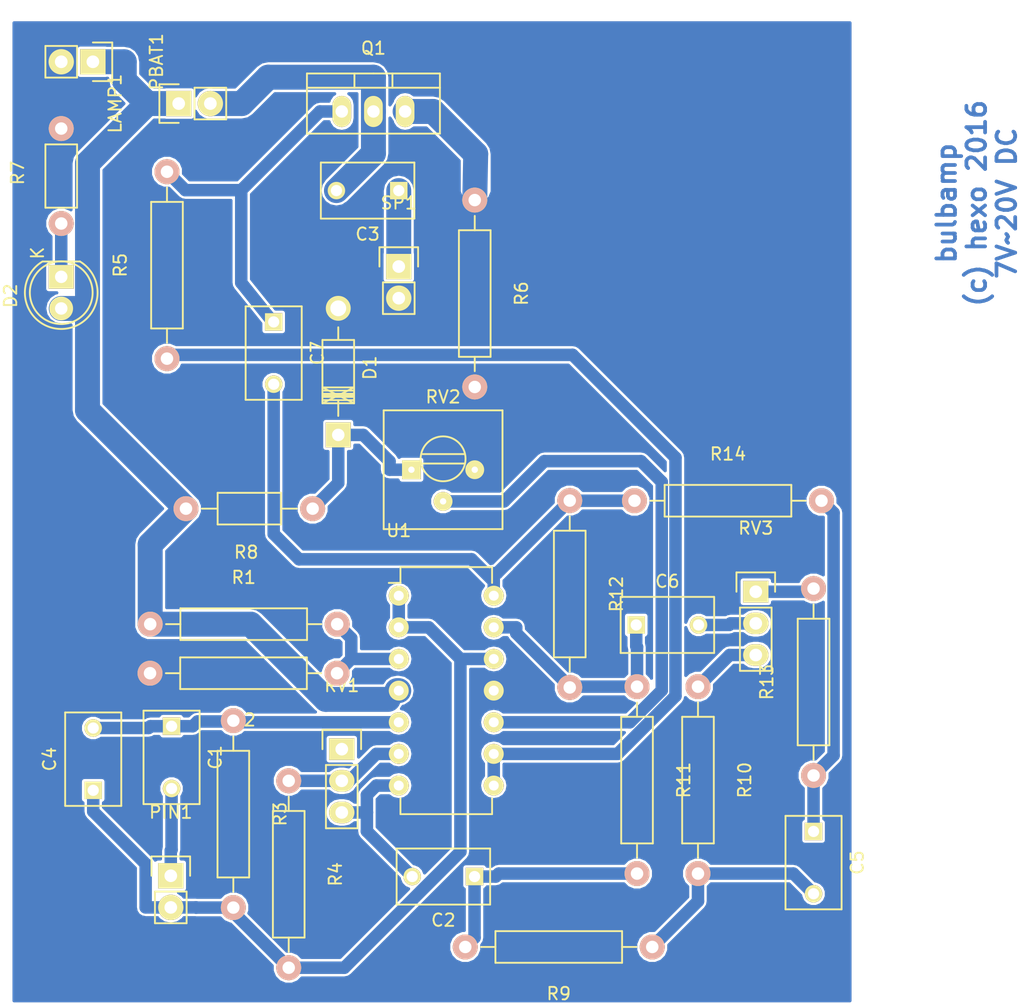
<source format=kicad_pcb>
(kicad_pcb (version 4) (host pcbnew 4.0.2-1.fc23-product)

  (general
    (links 55)
    (no_connects 0)
    (area 95.7236 83.840866 166.0385 164.51704)
    (thickness 1.6)
    (drawings 1)
    (tracks 138)
    (zones 0)
    (modules 32)
    (nets 25)
  )

  (page A4)
  (layers
    (0 F.Cu signal)
    (31 B.Cu signal)
    (32 B.Adhes user)
    (33 F.Adhes user)
    (34 B.Paste user)
    (35 F.Paste user)
    (36 B.SilkS user)
    (37 F.SilkS user)
    (38 B.Mask user)
    (39 F.Mask user)
    (40 Dwgs.User user)
    (41 Cmts.User user)
    (42 Eco1.User user)
    (43 Eco2.User user)
    (44 Edge.Cuts user)
    (45 Margin user)
    (46 B.CrtYd user)
    (47 F.CrtYd user)
    (48 B.Fab user)
    (49 F.Fab user)
  )

  (setup
    (last_trace_width 1)
    (trace_clearance 0.1)
    (zone_clearance 0.2)
    (zone_45_only no)
    (trace_min 0.2)
    (segment_width 0.2)
    (edge_width 0.1)
    (via_size 0.6)
    (via_drill 0.4)
    (via_min_size 0.4)
    (via_min_drill 0.3)
    (uvia_size 0.3)
    (uvia_drill 0.1)
    (uvias_allowed no)
    (uvia_min_size 0.2)
    (uvia_min_drill 0.1)
    (pcb_text_width 0.3)
    (pcb_text_size 1.5 1.5)
    (mod_edge_width 0.15)
    (mod_text_size 1 1)
    (mod_text_width 0.15)
    (pad_size 1.5 1.5)
    (pad_drill 0.6)
    (pad_to_mask_clearance 0)
    (aux_axis_origin 0 0)
    (visible_elements FFFFEF7F)
    (pcbplotparams
      (layerselection 0x00030_80000001)
      (usegerberextensions false)
      (excludeedgelayer true)
      (linewidth 0.100000)
      (plotframeref false)
      (viasonmask false)
      (mode 1)
      (useauxorigin false)
      (hpglpennumber 1)
      (hpglpenspeed 20)
      (hpglpendiameter 15)
      (hpglpenoverlay 2)
      (psnegative false)
      (psa4output false)
      (plotreference true)
      (plotvalue true)
      (plotinvisibletext false)
      (padsonsilk false)
      (subtractmaskfromsilk false)
      (outputformat 1)
      (mirror false)
      (drillshape 1)
      (scaleselection 1)
      (outputdirectory ""))
  )

  (net 0 "")
  (net 1 "Net-(C1-Pad1)")
  (net 2 "Net-(C1-Pad2)")
  (net 3 "Net-(C2-Pad1)")
  (net 4 "Net-(C2-Pad2)")
  (net 5 "Net-(C3-Pad1)")
  (net 6 "Net-(C3-Pad2)")
  (net 7 GND)
  (net 8 VCC)
  (net 9 VCOM)
  (net 10 "Net-(Q1-Pad3)")
  (net 11 "Net-(R1-Pad2)")
  (net 12 "Net-(R4-Pad1)")
  (net 13 "Net-(D2-Pad1)")
  (net 14 "Net-(C5-Pad1)")
  (net 15 "Net-(C5-Pad2)")
  (net 16 "Net-(C6-Pad1)")
  (net 17 "Net-(C6-Pad2)")
  (net 18 "Net-(C7-Pad1)")
  (net 19 "Net-(C7-Pad2)")
  (net 20 "Net-(D1-Pad1)")
  (net 21 "Net-(R5-Pad1)")
  (net 22 "Net-(R10-Pad1)")
  (net 23 "Net-(R13-Pad2)")
  (net 24 "Net-(RV2-Pad2)")

  (net_class Default "This is the default net class."
    (clearance 0.1)
    (trace_width 1)
    (via_dia 0.6)
    (via_drill 0.4)
    (uvia_dia 0.3)
    (uvia_drill 0.1)
    (add_net GND)
    (add_net "Net-(C1-Pad1)")
    (add_net "Net-(C1-Pad2)")
    (add_net "Net-(C2-Pad1)")
    (add_net "Net-(C2-Pad2)")
    (add_net "Net-(C5-Pad1)")
    (add_net "Net-(C5-Pad2)")
    (add_net "Net-(C6-Pad1)")
    (add_net "Net-(C6-Pad2)")
    (add_net "Net-(C7-Pad1)")
    (add_net "Net-(C7-Pad2)")
    (add_net "Net-(D1-Pad1)")
    (add_net "Net-(D2-Pad1)")
    (add_net "Net-(R1-Pad2)")
    (add_net "Net-(R10-Pad1)")
    (add_net "Net-(R13-Pad2)")
    (add_net "Net-(R4-Pad1)")
    (add_net "Net-(R5-Pad1)")
    (add_net "Net-(RV2-Pad2)")
    (add_net VCOM)
  )

  (net_class power ""
    (clearance 0.1)
    (trace_width 2)
    (via_dia 0.6)
    (via_drill 0.4)
    (uvia_dia 0.3)
    (uvia_drill 0.1)
    (add_net "Net-(C3-Pad1)")
    (add_net "Net-(C3-Pad2)")
    (add_net "Net-(Q1-Pad3)")
    (add_net VCC)
  )

  (net_class pwoer2 ""
    (clearance 0.1)
    (trace_width 1.6)
    (via_dia 0.6)
    (via_drill 0.4)
    (uvia_dia 0.3)
    (uvia_drill 0.1)
  )

  (module Pin_Headers:Pin_Header_Straight_1x02 (layer F.Cu) (tedit 54EA090C) (tstamp 57122DD6)
    (at 110.236 92.202 90)
    (descr "Through hole pin header")
    (tags "pin header")
    (path /57121A4D)
    (fp_text reference LAMP1 (at 0 -5.1 90) (layer F.SilkS)
      (effects (font (size 1 1) (thickness 0.15)))
    )
    (fp_text value R (at 0 -3.1 90) (layer F.Fab)
      (effects (font (size 1 1) (thickness 0.15)))
    )
    (fp_line (start 1.27 1.27) (end 1.27 3.81) (layer F.SilkS) (width 0.15))
    (fp_line (start 1.55 -1.55) (end 1.55 0) (layer F.SilkS) (width 0.15))
    (fp_line (start -1.75 -1.75) (end -1.75 4.3) (layer F.CrtYd) (width 0.05))
    (fp_line (start 1.75 -1.75) (end 1.75 4.3) (layer F.CrtYd) (width 0.05))
    (fp_line (start -1.75 -1.75) (end 1.75 -1.75) (layer F.CrtYd) (width 0.05))
    (fp_line (start -1.75 4.3) (end 1.75 4.3) (layer F.CrtYd) (width 0.05))
    (fp_line (start 1.27 1.27) (end -1.27 1.27) (layer F.SilkS) (width 0.15))
    (fp_line (start -1.55 0) (end -1.55 -1.55) (layer F.SilkS) (width 0.15))
    (fp_line (start -1.55 -1.55) (end 1.55 -1.55) (layer F.SilkS) (width 0.15))
    (fp_line (start -1.27 1.27) (end -1.27 3.81) (layer F.SilkS) (width 0.15))
    (fp_line (start -1.27 3.81) (end 1.27 3.81) (layer F.SilkS) (width 0.15))
    (pad 1 thru_hole rect (at 0 0 90) (size 2.032 2.032) (drill 1.016) (layers *.Cu *.Mask F.SilkS)
      (net 8 VCC))
    (pad 2 thru_hole oval (at 0 2.54 90) (size 2.032 2.032) (drill 1.016) (layers *.Cu *.Mask F.SilkS)
      (net 6 "Net-(C3-Pad2)"))
    (model Pin_Headers.3dshapes/Pin_Header_Straight_1x02.wrl
      (at (xyz 0 -0.05 0))
      (scale (xyz 1 1 1))
      (rotate (xyz 0 0 90))
    )
  )

  (module Pin_Headers:Pin_Header_Straight_1x02 (layer F.Cu) (tedit 54EA090C) (tstamp 57122DDC)
    (at 109.601 154.178)
    (descr "Through hole pin header")
    (tags "pin header")
    (path /57122BE6)
    (fp_text reference PIN1 (at 0 -5.1) (layer F.SilkS)
      (effects (font (size 1 1) (thickness 0.15)))
    )
    (fp_text value CONN_01X02 (at 0 -3.1) (layer F.Fab)
      (effects (font (size 1 1) (thickness 0.15)))
    )
    (fp_line (start 1.27 1.27) (end 1.27 3.81) (layer F.SilkS) (width 0.15))
    (fp_line (start 1.55 -1.55) (end 1.55 0) (layer F.SilkS) (width 0.15))
    (fp_line (start -1.75 -1.75) (end -1.75 4.3) (layer F.CrtYd) (width 0.05))
    (fp_line (start 1.75 -1.75) (end 1.75 4.3) (layer F.CrtYd) (width 0.05))
    (fp_line (start -1.75 -1.75) (end 1.75 -1.75) (layer F.CrtYd) (width 0.05))
    (fp_line (start -1.75 4.3) (end 1.75 4.3) (layer F.CrtYd) (width 0.05))
    (fp_line (start 1.27 1.27) (end -1.27 1.27) (layer F.SilkS) (width 0.15))
    (fp_line (start -1.55 0) (end -1.55 -1.55) (layer F.SilkS) (width 0.15))
    (fp_line (start -1.55 -1.55) (end 1.55 -1.55) (layer F.SilkS) (width 0.15))
    (fp_line (start -1.27 1.27) (end -1.27 3.81) (layer F.SilkS) (width 0.15))
    (fp_line (start -1.27 3.81) (end 1.27 3.81) (layer F.SilkS) (width 0.15))
    (pad 1 thru_hole rect (at 0 0) (size 2.032 2.032) (drill 1.016) (layers *.Cu *.Mask F.SilkS)
      (net 2 "Net-(C1-Pad2)"))
    (pad 2 thru_hole oval (at 0 2.54) (size 2.032 2.032) (drill 1.016) (layers *.Cu *.Mask F.SilkS)
      (net 9 VCOM))
    (model Pin_Headers.3dshapes/Pin_Header_Straight_1x02.wrl
      (at (xyz 0 -0.05 0))
      (scale (xyz 1 1 1))
      (rotate (xyz 0 0 90))
    )
  )

  (module TO_SOT_Packages_THT:TO-220_Neutral123_Vertical (layer F.Cu) (tedit 0) (tstamp 57122DE3)
    (at 125.857 92.837)
    (descr "TO-220, Neutral, Vertical,")
    (tags "TO-220, Neutral, Vertical,")
    (path /571219BA)
    (fp_text reference Q1 (at 0 -5.08) (layer F.SilkS)
      (effects (font (size 1 1) (thickness 0.15)))
    )
    (fp_text value IRF540N (at 0 3.81) (layer F.Fab)
      (effects (font (size 1 1) (thickness 0.15)))
    )
    (fp_line (start -1.524 -3.048) (end -1.524 -1.905) (layer F.SilkS) (width 0.15))
    (fp_line (start 1.524 -3.048) (end 1.524 -1.905) (layer F.SilkS) (width 0.15))
    (fp_line (start 5.334 -1.905) (end 5.334 1.778) (layer F.SilkS) (width 0.15))
    (fp_line (start 5.334 1.778) (end -5.334 1.778) (layer F.SilkS) (width 0.15))
    (fp_line (start -5.334 1.778) (end -5.334 -1.905) (layer F.SilkS) (width 0.15))
    (fp_line (start 5.334 -3.048) (end 5.334 -1.905) (layer F.SilkS) (width 0.15))
    (fp_line (start 5.334 -1.905) (end -5.334 -1.905) (layer F.SilkS) (width 0.15))
    (fp_line (start -5.334 -1.905) (end -5.334 -3.048) (layer F.SilkS) (width 0.15))
    (fp_line (start 0 -3.048) (end -5.334 -3.048) (layer F.SilkS) (width 0.15))
    (fp_line (start 0 -3.048) (end 5.334 -3.048) (layer F.SilkS) (width 0.15))
    (pad 2 thru_hole oval (at 0 0 90) (size 2.49936 1.50114) (drill 1.00076) (layers *.Cu *.Mask F.SilkS)
      (net 6 "Net-(C3-Pad2)"))
    (pad 1 thru_hole oval (at -2.54 0 90) (size 2.49936 1.50114) (drill 1.00076) (layers *.Cu *.Mask F.SilkS)
      (net 18 "Net-(C7-Pad1)"))
    (pad 3 thru_hole oval (at 2.54 0 90) (size 2.49936 1.50114) (drill 1.00076) (layers *.Cu *.Mask F.SilkS)
      (net 10 "Net-(Q1-Pad3)"))
    (model TO_SOT_Packages_THT.3dshapes/TO-220_Neutral123_Vertical.wrl
      (at (xyz 0 0 0))
      (scale (xyz 0.3937 0.3937 0.3937))
      (rotate (xyz 0 0 0))
    )
  )

  (module Resistors_ThroughHole:Resistor_Horizontal_RM15mm (layer F.Cu) (tedit 569FCEE8) (tstamp 57122DE9)
    (at 107.95 133.985)
    (descr "Resistor, Axial, RM 15mm,")
    (tags "Resistor Axial RM 15mm")
    (path /57122765)
    (fp_text reference R1 (at 7.5 -3.74904) (layer F.SilkS)
      (effects (font (size 1 1) (thickness 0.15)))
    )
    (fp_text value 10k (at 7.5 4.0005) (layer F.Fab)
      (effects (font (size 1 1) (thickness 0.15)))
    )
    (fp_line (start -1.25 1.5) (end -1.25 -1.5) (layer F.CrtYd) (width 0.05))
    (fp_line (start -1.25 -1.5) (end 16.25 -1.5) (layer F.CrtYd) (width 0.05))
    (fp_line (start 16.25 -1.5) (end 16.25 1.5) (layer F.CrtYd) (width 0.05))
    (fp_line (start 16.25 1.5) (end -1.25 1.5) (layer F.CrtYd) (width 0.05))
    (fp_line (start 2.42 -1.27) (end 2.42 1.27) (layer F.SilkS) (width 0.15))
    (fp_line (start 2.42 1.27) (end 12.58 1.27) (layer F.SilkS) (width 0.15))
    (fp_line (start 12.58 1.27) (end 12.58 -1.27) (layer F.SilkS) (width 0.15))
    (fp_line (start 12.58 -1.27) (end 2.42 -1.27) (layer F.SilkS) (width 0.15))
    (fp_line (start 13.73 0) (end 12.58 0) (layer F.SilkS) (width 0.15))
    (fp_line (start 1.27 0) (end 2.42 0) (layer F.SilkS) (width 0.15))
    (pad 1 thru_hole circle (at 0 0) (size 1.99898 1.99898) (drill 1.00076) (layers *.Cu *.SilkS *.Mask)
      (net 8 VCC))
    (pad 2 thru_hole circle (at 15 0) (size 1.99898 1.99898) (drill 1.00076) (layers *.Cu *.SilkS *.Mask)
      (net 11 "Net-(R1-Pad2)"))
    (model Resistors_ThroughHole.3dshapes/Resistor_Horizontal_RM15mm.wrl
      (at (xyz 0 0 0))
      (scale (xyz 0.4 0.4 0.4))
      (rotate (xyz 0 0 0))
    )
  )

  (module Resistors_ThroughHole:Resistor_Horizontal_RM15mm (layer F.Cu) (tedit 569FCEE8) (tstamp 57122DEF)
    (at 122.936 137.922 180)
    (descr "Resistor, Axial, RM 15mm,")
    (tags "Resistor Axial RM 15mm")
    (path /57122818)
    (fp_text reference R2 (at 7.5 -3.74904 180) (layer F.SilkS)
      (effects (font (size 1 1) (thickness 0.15)))
    )
    (fp_text value 10k (at 7.5 4.0005 180) (layer F.Fab)
      (effects (font (size 1 1) (thickness 0.15)))
    )
    (fp_line (start -1.25 1.5) (end -1.25 -1.5) (layer F.CrtYd) (width 0.05))
    (fp_line (start -1.25 -1.5) (end 16.25 -1.5) (layer F.CrtYd) (width 0.05))
    (fp_line (start 16.25 -1.5) (end 16.25 1.5) (layer F.CrtYd) (width 0.05))
    (fp_line (start 16.25 1.5) (end -1.25 1.5) (layer F.CrtYd) (width 0.05))
    (fp_line (start 2.42 -1.27) (end 2.42 1.27) (layer F.SilkS) (width 0.15))
    (fp_line (start 2.42 1.27) (end 12.58 1.27) (layer F.SilkS) (width 0.15))
    (fp_line (start 12.58 1.27) (end 12.58 -1.27) (layer F.SilkS) (width 0.15))
    (fp_line (start 12.58 -1.27) (end 2.42 -1.27) (layer F.SilkS) (width 0.15))
    (fp_line (start 13.73 0) (end 12.58 0) (layer F.SilkS) (width 0.15))
    (fp_line (start 1.27 0) (end 2.42 0) (layer F.SilkS) (width 0.15))
    (pad 1 thru_hole circle (at 0 0 180) (size 1.99898 1.99898) (drill 1.00076) (layers *.Cu *.SilkS *.Mask)
      (net 11 "Net-(R1-Pad2)"))
    (pad 2 thru_hole circle (at 15 0 180) (size 1.99898 1.99898) (drill 1.00076) (layers *.Cu *.SilkS *.Mask)
      (net 7 GND))
    (model Resistors_ThroughHole.3dshapes/Resistor_Horizontal_RM15mm.wrl
      (at (xyz 0 0 0))
      (scale (xyz 0.4 0.4 0.4))
      (rotate (xyz 0 0 0))
    )
  )

  (module Resistors_ThroughHole:Resistor_Horizontal_RM15mm (layer F.Cu) (tedit 569FCEE8) (tstamp 57122DF5)
    (at 114.618 141.732 270)
    (descr "Resistor, Axial, RM 15mm,")
    (tags "Resistor Axial RM 15mm")
    (path /57122A46)
    (fp_text reference R3 (at 7.5 -3.74904 270) (layer F.SilkS)
      (effects (font (size 1 1) (thickness 0.15)))
    )
    (fp_text value 1meg (at 7.5 4.0005 270) (layer F.Fab)
      (effects (font (size 1 1) (thickness 0.15)))
    )
    (fp_line (start -1.25 1.5) (end -1.25 -1.5) (layer F.CrtYd) (width 0.05))
    (fp_line (start -1.25 -1.5) (end 16.25 -1.5) (layer F.CrtYd) (width 0.05))
    (fp_line (start 16.25 -1.5) (end 16.25 1.5) (layer F.CrtYd) (width 0.05))
    (fp_line (start 16.25 1.5) (end -1.25 1.5) (layer F.CrtYd) (width 0.05))
    (fp_line (start 2.42 -1.27) (end 2.42 1.27) (layer F.SilkS) (width 0.15))
    (fp_line (start 2.42 1.27) (end 12.58 1.27) (layer F.SilkS) (width 0.15))
    (fp_line (start 12.58 1.27) (end 12.58 -1.27) (layer F.SilkS) (width 0.15))
    (fp_line (start 12.58 -1.27) (end 2.42 -1.27) (layer F.SilkS) (width 0.15))
    (fp_line (start 13.73 0) (end 12.58 0) (layer F.SilkS) (width 0.15))
    (fp_line (start 1.27 0) (end 2.42 0) (layer F.SilkS) (width 0.15))
    (pad 1 thru_hole circle (at 0 0 270) (size 1.99898 1.99898) (drill 1.00076) (layers *.Cu *.SilkS *.Mask)
      (net 1 "Net-(C1-Pad1)"))
    (pad 2 thru_hole circle (at 15 0 270) (size 1.99898 1.99898) (drill 1.00076) (layers *.Cu *.SilkS *.Mask)
      (net 9 VCOM))
    (model Resistors_ThroughHole.3dshapes/Resistor_Horizontal_RM15mm.wrl
      (at (xyz 0 0 0))
      (scale (xyz 0.4 0.4 0.4))
      (rotate (xyz 0 0 0))
    )
  )

  (module Resistors_ThroughHole:Resistor_Horizontal_RM15mm (layer F.Cu) (tedit 569FCEE8) (tstamp 57122DFB)
    (at 119.062 146.558 270)
    (descr "Resistor, Axial, RM 15mm,")
    (tags "Resistor Axial RM 15mm")
    (path /5712225F)
    (fp_text reference R4 (at 7.5 -3.74904 270) (layer F.SilkS)
      (effects (font (size 1 1) (thickness 0.15)))
    )
    (fp_text value 1k (at 7.5 4.0005 270) (layer F.Fab)
      (effects (font (size 1 1) (thickness 0.15)))
    )
    (fp_line (start -1.25 1.5) (end -1.25 -1.5) (layer F.CrtYd) (width 0.05))
    (fp_line (start -1.25 -1.5) (end 16.25 -1.5) (layer F.CrtYd) (width 0.05))
    (fp_line (start 16.25 -1.5) (end 16.25 1.5) (layer F.CrtYd) (width 0.05))
    (fp_line (start 16.25 1.5) (end -1.25 1.5) (layer F.CrtYd) (width 0.05))
    (fp_line (start 2.42 -1.27) (end 2.42 1.27) (layer F.SilkS) (width 0.15))
    (fp_line (start 2.42 1.27) (end 12.58 1.27) (layer F.SilkS) (width 0.15))
    (fp_line (start 12.58 1.27) (end 12.58 -1.27) (layer F.SilkS) (width 0.15))
    (fp_line (start 12.58 -1.27) (end 2.42 -1.27) (layer F.SilkS) (width 0.15))
    (fp_line (start 13.73 0) (end 12.58 0) (layer F.SilkS) (width 0.15))
    (fp_line (start 1.27 0) (end 2.42 0) (layer F.SilkS) (width 0.15))
    (pad 1 thru_hole circle (at 0 0 270) (size 1.99898 1.99898) (drill 1.00076) (layers *.Cu *.SilkS *.Mask)
      (net 12 "Net-(R4-Pad1)"))
    (pad 2 thru_hole circle (at 15 0 270) (size 1.99898 1.99898) (drill 1.00076) (layers *.Cu *.SilkS *.Mask)
      (net 9 VCOM))
    (model Resistors_ThroughHole.3dshapes/Resistor_Horizontal_RM15mm.wrl
      (at (xyz 0 0 0))
      (scale (xyz 0.4 0.4 0.4))
      (rotate (xyz 0 0 0))
    )
  )

  (module Resistors_ThroughHole:Resistor_Horizontal_RM15mm (layer F.Cu) (tedit 569FCEE8) (tstamp 57122E01)
    (at 109.296 112.674 90)
    (descr "Resistor, Axial, RM 15mm,")
    (tags "Resistor Axial RM 15mm")
    (path /57121F29)
    (fp_text reference R5 (at 7.5 -3.74904 90) (layer F.SilkS)
      (effects (font (size 1 1) (thickness 0.15)))
    )
    (fp_text value 100k (at 7.5 4.0005 90) (layer F.Fab)
      (effects (font (size 1 1) (thickness 0.15)))
    )
    (fp_line (start -1.25 1.5) (end -1.25 -1.5) (layer F.CrtYd) (width 0.05))
    (fp_line (start -1.25 -1.5) (end 16.25 -1.5) (layer F.CrtYd) (width 0.05))
    (fp_line (start 16.25 -1.5) (end 16.25 1.5) (layer F.CrtYd) (width 0.05))
    (fp_line (start 16.25 1.5) (end -1.25 1.5) (layer F.CrtYd) (width 0.05))
    (fp_line (start 2.42 -1.27) (end 2.42 1.27) (layer F.SilkS) (width 0.15))
    (fp_line (start 2.42 1.27) (end 12.58 1.27) (layer F.SilkS) (width 0.15))
    (fp_line (start 12.58 1.27) (end 12.58 -1.27) (layer F.SilkS) (width 0.15))
    (fp_line (start 12.58 -1.27) (end 2.42 -1.27) (layer F.SilkS) (width 0.15))
    (fp_line (start 13.73 0) (end 12.58 0) (layer F.SilkS) (width 0.15))
    (fp_line (start 1.27 0) (end 2.42 0) (layer F.SilkS) (width 0.15))
    (pad 1 thru_hole circle (at 0 0 90) (size 1.99898 1.99898) (drill 1.00076) (layers *.Cu *.SilkS *.Mask)
      (net 21 "Net-(R5-Pad1)"))
    (pad 2 thru_hole circle (at 15 0 90) (size 1.99898 1.99898) (drill 1.00076) (layers *.Cu *.SilkS *.Mask)
      (net 18 "Net-(C7-Pad1)"))
    (model Resistors_ThroughHole.3dshapes/Resistor_Horizontal_RM15mm.wrl
      (at (xyz 0 0 0))
      (scale (xyz 0.4 0.4 0.4))
      (rotate (xyz 0 0 0))
    )
  )

  (module Resistors_ThroughHole:Resistor_Horizontal_RM15mm (layer F.Cu) (tedit 569FCEE8) (tstamp 57122E07)
    (at 133.985 99.949 270)
    (descr "Resistor, Axial, RM 15mm,")
    (tags "Resistor Axial RM 15mm")
    (path /57121C91)
    (fp_text reference R6 (at 7.5 -3.74904 270) (layer F.SilkS)
      (effects (font (size 1 1) (thickness 0.15)))
    )
    (fp_text value 2R2 (at 7.5 4.0005 270) (layer F.Fab)
      (effects (font (size 1 1) (thickness 0.15)))
    )
    (fp_line (start -1.25 1.5) (end -1.25 -1.5) (layer F.CrtYd) (width 0.05))
    (fp_line (start -1.25 -1.5) (end 16.25 -1.5) (layer F.CrtYd) (width 0.05))
    (fp_line (start 16.25 -1.5) (end 16.25 1.5) (layer F.CrtYd) (width 0.05))
    (fp_line (start 16.25 1.5) (end -1.25 1.5) (layer F.CrtYd) (width 0.05))
    (fp_line (start 2.42 -1.27) (end 2.42 1.27) (layer F.SilkS) (width 0.15))
    (fp_line (start 2.42 1.27) (end 12.58 1.27) (layer F.SilkS) (width 0.15))
    (fp_line (start 12.58 1.27) (end 12.58 -1.27) (layer F.SilkS) (width 0.15))
    (fp_line (start 12.58 -1.27) (end 2.42 -1.27) (layer F.SilkS) (width 0.15))
    (fp_line (start 13.73 0) (end 12.58 0) (layer F.SilkS) (width 0.15))
    (fp_line (start 1.27 0) (end 2.42 0) (layer F.SilkS) (width 0.15))
    (pad 1 thru_hole circle (at 0 0 270) (size 1.99898 1.99898) (drill 1.00076) (layers *.Cu *.SilkS *.Mask)
      (net 10 "Net-(Q1-Pad3)"))
    (pad 2 thru_hole circle (at 15 0 270) (size 1.99898 1.99898) (drill 1.00076) (layers *.Cu *.SilkS *.Mask)
      (net 7 GND))
    (model Resistors_ThroughHole.3dshapes/Resistor_Horizontal_RM15mm.wrl
      (at (xyz 0 0 0))
      (scale (xyz 0.4 0.4 0.4))
      (rotate (xyz 0 0 0))
    )
  )

  (module Pin_Headers:Pin_Header_Straight_1x03 (layer F.Cu) (tedit 0) (tstamp 57122E0E)
    (at 123.317 144.018)
    (descr "Through hole pin header")
    (tags "pin header")
    (path /571229CB)
    (fp_text reference RV1 (at 0 -5.1) (layer F.SilkS)
      (effects (font (size 1 1) (thickness 0.15)))
    )
    (fp_text value POT (at 0 -3.1) (layer F.Fab)
      (effects (font (size 1 1) (thickness 0.15)))
    )
    (fp_line (start -1.75 -1.75) (end -1.75 6.85) (layer F.CrtYd) (width 0.05))
    (fp_line (start 1.75 -1.75) (end 1.75 6.85) (layer F.CrtYd) (width 0.05))
    (fp_line (start -1.75 -1.75) (end 1.75 -1.75) (layer F.CrtYd) (width 0.05))
    (fp_line (start -1.75 6.85) (end 1.75 6.85) (layer F.CrtYd) (width 0.05))
    (fp_line (start -1.27 1.27) (end -1.27 6.35) (layer F.SilkS) (width 0.15))
    (fp_line (start -1.27 6.35) (end 1.27 6.35) (layer F.SilkS) (width 0.15))
    (fp_line (start 1.27 6.35) (end 1.27 1.27) (layer F.SilkS) (width 0.15))
    (fp_line (start 1.55 -1.55) (end 1.55 0) (layer F.SilkS) (width 0.15))
    (fp_line (start 1.27 1.27) (end -1.27 1.27) (layer F.SilkS) (width 0.15))
    (fp_line (start -1.55 0) (end -1.55 -1.55) (layer F.SilkS) (width 0.15))
    (fp_line (start -1.55 -1.55) (end 1.55 -1.55) (layer F.SilkS) (width 0.15))
    (pad 1 thru_hole rect (at 0 0) (size 2.032 1.7272) (drill 1.016) (layers *.Cu *.Mask F.SilkS))
    (pad 2 thru_hole oval (at 0 2.54) (size 2.032 1.7272) (drill 1.016) (layers *.Cu *.Mask F.SilkS)
      (net 12 "Net-(R4-Pad1)"))
    (pad 3 thru_hole oval (at 0 5.08) (size 2.032 1.7272) (drill 1.016) (layers *.Cu *.Mask F.SilkS)
      (net 4 "Net-(C2-Pad2)"))
    (model Pin_Headers.3dshapes/Pin_Header_Straight_1x03.wrl
      (at (xyz 0 -0.1 0))
      (scale (xyz 1 1 1))
      (rotate (xyz 0 0 90))
    )
  )

  (module Pin_Headers:Pin_Header_Straight_1x02 (layer F.Cu) (tedit 54EA090C) (tstamp 5712321C)
    (at 127.889 105.283)
    (descr "Through hole pin header")
    (tags "pin header")
    (path /57121D29)
    (fp_text reference SP1 (at 0 -5.1) (layer F.SilkS)
      (effects (font (size 1 1) (thickness 0.15)))
    )
    (fp_text value SPEAKER (at 0 -3.1) (layer F.Fab)
      (effects (font (size 1 1) (thickness 0.15)))
    )
    (fp_line (start 1.27 1.27) (end 1.27 3.81) (layer F.SilkS) (width 0.15))
    (fp_line (start 1.55 -1.55) (end 1.55 0) (layer F.SilkS) (width 0.15))
    (fp_line (start -1.75 -1.75) (end -1.75 4.3) (layer F.CrtYd) (width 0.05))
    (fp_line (start 1.75 -1.75) (end 1.75 4.3) (layer F.CrtYd) (width 0.05))
    (fp_line (start -1.75 -1.75) (end 1.75 -1.75) (layer F.CrtYd) (width 0.05))
    (fp_line (start -1.75 4.3) (end 1.75 4.3) (layer F.CrtYd) (width 0.05))
    (fp_line (start 1.27 1.27) (end -1.27 1.27) (layer F.SilkS) (width 0.15))
    (fp_line (start -1.55 0) (end -1.55 -1.55) (layer F.SilkS) (width 0.15))
    (fp_line (start -1.55 -1.55) (end 1.55 -1.55) (layer F.SilkS) (width 0.15))
    (fp_line (start -1.27 1.27) (end -1.27 3.81) (layer F.SilkS) (width 0.15))
    (fp_line (start -1.27 3.81) (end 1.27 3.81) (layer F.SilkS) (width 0.15))
    (pad 1 thru_hole rect (at 0 0) (size 2.032 2.032) (drill 1.016) (layers *.Cu *.Mask F.SilkS)
      (net 5 "Net-(C3-Pad1)"))
    (pad 2 thru_hole oval (at 0 2.54) (size 2.032 2.032) (drill 1.016) (layers *.Cu *.Mask F.SilkS)
      (net 7 GND))
    (model Pin_Headers.3dshapes/Pin_Header_Straight_1x02.wrl
      (at (xyz 0 -0.05 0))
      (scale (xyz 1 1 1))
      (rotate (xyz 0 0 90))
    )
  )

  (module Pin_Headers:Pin_Header_Straight_1x02 (layer F.Cu) (tedit 54EA090C) (tstamp 57123A70)
    (at 103.353 88.8492 270)
    (descr "Through hole pin header")
    (tags "pin header")
    (path /57123679)
    (fp_text reference PBAT1 (at 0 -5.1 270) (layer F.SilkS)
      (effects (font (size 1 1) (thickness 0.15)))
    )
    (fp_text value CONN_01X02 (at 0 -3.1 270) (layer F.Fab)
      (effects (font (size 1 1) (thickness 0.15)))
    )
    (fp_line (start 1.27 1.27) (end 1.27 3.81) (layer F.SilkS) (width 0.15))
    (fp_line (start 1.55 -1.55) (end 1.55 0) (layer F.SilkS) (width 0.15))
    (fp_line (start -1.75 -1.75) (end -1.75 4.3) (layer F.CrtYd) (width 0.05))
    (fp_line (start 1.75 -1.75) (end 1.75 4.3) (layer F.CrtYd) (width 0.05))
    (fp_line (start -1.75 -1.75) (end 1.75 -1.75) (layer F.CrtYd) (width 0.05))
    (fp_line (start -1.75 4.3) (end 1.75 4.3) (layer F.CrtYd) (width 0.05))
    (fp_line (start 1.27 1.27) (end -1.27 1.27) (layer F.SilkS) (width 0.15))
    (fp_line (start -1.55 0) (end -1.55 -1.55) (layer F.SilkS) (width 0.15))
    (fp_line (start -1.55 -1.55) (end 1.55 -1.55) (layer F.SilkS) (width 0.15))
    (fp_line (start -1.27 1.27) (end -1.27 3.81) (layer F.SilkS) (width 0.15))
    (fp_line (start -1.27 3.81) (end 1.27 3.81) (layer F.SilkS) (width 0.15))
    (pad 1 thru_hole rect (at 0 0 270) (size 2.032 2.032) (drill 1.016) (layers *.Cu *.Mask F.SilkS)
      (net 8 VCC))
    (pad 2 thru_hole oval (at 0 2.54 270) (size 2.032 2.032) (drill 1.016) (layers *.Cu *.Mask F.SilkS)
      (net 7 GND))
    (model Pin_Headers.3dshapes/Pin_Header_Straight_1x02.wrl
      (at (xyz 0 -0.05 0))
      (scale (xyz 1 1 1))
      (rotate (xyz 0 0 90))
    )
  )

  (module LEDs:LED-5MM (layer F.Cu) (tedit 5570F7EA) (tstamp 57125063)
    (at 100.813 106.108 270)
    (descr "LED 5mm round vertical")
    (tags "LED 5mm round vertical")
    (path /57124FC1)
    (fp_text reference D2 (at 1.524 4.064 270) (layer F.SilkS)
      (effects (font (size 1 1) (thickness 0.15)))
    )
    (fp_text value LED (at 1.524 -3.937 270) (layer F.Fab)
      (effects (font (size 1 1) (thickness 0.15)))
    )
    (fp_line (start -1.5 -1.55) (end -1.5 1.55) (layer F.CrtYd) (width 0.05))
    (fp_arc (start 1.3 0) (end -1.5 1.55) (angle -302) (layer F.CrtYd) (width 0.05))
    (fp_arc (start 1.27 0) (end -1.23 -1.5) (angle 297.5) (layer F.SilkS) (width 0.15))
    (fp_line (start -1.23 1.5) (end -1.23 -1.5) (layer F.SilkS) (width 0.15))
    (fp_circle (center 1.27 0) (end 0.97 -2.5) (layer F.SilkS) (width 0.15))
    (fp_text user K (at -1.905 1.905 270) (layer F.SilkS)
      (effects (font (size 1 1) (thickness 0.15)))
    )
    (pad 1 thru_hole rect (at 0 0) (size 2 1.9) (drill 1.00076) (layers *.Cu *.Mask F.SilkS)
      (net 13 "Net-(D2-Pad1)"))
    (pad 2 thru_hole circle (at 2.54 0 270) (size 1.9 1.9) (drill 1.00076) (layers *.Cu *.Mask F.SilkS)
      (net 8 VCC))
    (model LEDs.3dshapes/LED-5MM.wrl
      (at (xyz 0.05 0 0))
      (scale (xyz 1 1 1))
      (rotate (xyz 0 0 90))
    )
  )

  (module Capacitors_ThroughHole:C_Disc_D7.5_P5 (layer F.Cu) (tedit 0) (tstamp 571251C7)
    (at 109.664 142.176 270)
    (descr "Capacitor 7.5mm Disc, Pitch 5mm")
    (tags Capacitor)
    (path /57122ADD)
    (fp_text reference C1 (at 2.5 -3.5 270) (layer F.SilkS)
      (effects (font (size 1 1) (thickness 0.15)))
    )
    (fp_text value 22n (at 2.5 3.5 270) (layer F.Fab)
      (effects (font (size 1 1) (thickness 0.15)))
    )
    (fp_line (start -1.5 -2.5) (end 6.5 -2.5) (layer F.CrtYd) (width 0.05))
    (fp_line (start 6.5 -2.5) (end 6.5 2.5) (layer F.CrtYd) (width 0.05))
    (fp_line (start 6.5 2.5) (end -1.5 2.5) (layer F.CrtYd) (width 0.05))
    (fp_line (start -1.5 2.5) (end -1.5 -2.5) (layer F.CrtYd) (width 0.05))
    (fp_line (start -1.25 -2.25) (end 6.25 -2.25) (layer F.SilkS) (width 0.15))
    (fp_line (start 6.25 -2.25) (end 6.25 2.25) (layer F.SilkS) (width 0.15))
    (fp_line (start 6.25 2.25) (end -1.25 2.25) (layer F.SilkS) (width 0.15))
    (fp_line (start -1.25 2.25) (end -1.25 -2.25) (layer F.SilkS) (width 0.15))
    (pad 1 thru_hole rect (at 0 0 270) (size 1.4 1.4) (drill 0.9) (layers *.Cu *.Mask F.SilkS)
      (net 1 "Net-(C1-Pad1)"))
    (pad 2 thru_hole circle (at 5 0 270) (size 1.4 1.4) (drill 0.9) (layers *.Cu *.Mask F.SilkS)
      (net 2 "Net-(C1-Pad2)"))
    (model Capacitors_ThroughHole.3dshapes/C_Disc_D7.5_P5.wrl
      (at (xyz 0.0984252 0 0))
      (scale (xyz 1 1 1))
      (rotate (xyz 0 0 0))
    )
  )

  (module Capacitors_ThroughHole:C_Disc_D7.5_P5 (layer F.Cu) (tedit 0) (tstamp 571251CC)
    (at 133.968 154.242 180)
    (descr "Capacitor 7.5mm Disc, Pitch 5mm")
    (tags Capacitor)
    (path /57122076)
    (fp_text reference C2 (at 2.5 -3.5 180) (layer F.SilkS)
      (effects (font (size 1 1) (thickness 0.15)))
    )
    (fp_text value 100n (at 2.5 3.5 180) (layer F.Fab)
      (effects (font (size 1 1) (thickness 0.15)))
    )
    (fp_line (start -1.5 -2.5) (end 6.5 -2.5) (layer F.CrtYd) (width 0.05))
    (fp_line (start 6.5 -2.5) (end 6.5 2.5) (layer F.CrtYd) (width 0.05))
    (fp_line (start 6.5 2.5) (end -1.5 2.5) (layer F.CrtYd) (width 0.05))
    (fp_line (start -1.5 2.5) (end -1.5 -2.5) (layer F.CrtYd) (width 0.05))
    (fp_line (start -1.25 -2.25) (end 6.25 -2.25) (layer F.SilkS) (width 0.15))
    (fp_line (start 6.25 -2.25) (end 6.25 2.25) (layer F.SilkS) (width 0.15))
    (fp_line (start 6.25 2.25) (end -1.25 2.25) (layer F.SilkS) (width 0.15))
    (fp_line (start -1.25 2.25) (end -1.25 -2.25) (layer F.SilkS) (width 0.15))
    (pad 1 thru_hole rect (at 0 0 180) (size 1.4 1.4) (drill 0.9) (layers *.Cu *.Mask F.SilkS)
      (net 3 "Net-(C2-Pad1)"))
    (pad 2 thru_hole circle (at 5 0 180) (size 1.4 1.4) (drill 0.9) (layers *.Cu *.Mask F.SilkS)
      (net 4 "Net-(C2-Pad2)"))
    (model Capacitors_ThroughHole.3dshapes/C_Disc_D7.5_P5.wrl
      (at (xyz 0.0984252 0 0))
      (scale (xyz 1 1 1))
      (rotate (xyz 0 0 0))
    )
  )

  (module Capacitors_ThroughHole:C_Disc_D7.5_P5 (layer F.Cu) (tedit 0) (tstamp 571251D1)
    (at 127.889 99.187 180)
    (descr "Capacitor 7.5mm Disc, Pitch 5mm")
    (tags Capacitor)
    (path /57121CF6)
    (fp_text reference C3 (at 2.5 -3.5 180) (layer F.SilkS)
      (effects (font (size 1 1) (thickness 0.15)))
    )
    (fp_text value 220u (at 2.5 3.5 180) (layer F.Fab)
      (effects (font (size 1 1) (thickness 0.15)))
    )
    (fp_line (start -1.5 -2.5) (end 6.5 -2.5) (layer F.CrtYd) (width 0.05))
    (fp_line (start 6.5 -2.5) (end 6.5 2.5) (layer F.CrtYd) (width 0.05))
    (fp_line (start 6.5 2.5) (end -1.5 2.5) (layer F.CrtYd) (width 0.05))
    (fp_line (start -1.5 2.5) (end -1.5 -2.5) (layer F.CrtYd) (width 0.05))
    (fp_line (start -1.25 -2.25) (end 6.25 -2.25) (layer F.SilkS) (width 0.15))
    (fp_line (start 6.25 -2.25) (end 6.25 2.25) (layer F.SilkS) (width 0.15))
    (fp_line (start 6.25 2.25) (end -1.25 2.25) (layer F.SilkS) (width 0.15))
    (fp_line (start -1.25 2.25) (end -1.25 -2.25) (layer F.SilkS) (width 0.15))
    (pad 1 thru_hole rect (at 0 0 180) (size 1.4 1.4) (drill 0.9) (layers *.Cu *.Mask F.SilkS)
      (net 5 "Net-(C3-Pad1)"))
    (pad 2 thru_hole circle (at 5 0 180) (size 1.4 1.4) (drill 0.9) (layers *.Cu *.Mask F.SilkS)
      (net 6 "Net-(C3-Pad2)"))
    (model Capacitors_ThroughHole.3dshapes/C_Disc_D7.5_P5.wrl
      (at (xyz 0.0984252 0 0))
      (scale (xyz 1 1 1))
      (rotate (xyz 0 0 0))
    )
  )

  (module Resistors_ThroughHole:Resistor_Horizontal_RM7mm (layer F.Cu) (tedit 569FCF07) (tstamp 57125245)
    (at 100.813 101.829 90)
    (descr "Resistor, Axial,  RM 7.62mm, 1/3W,")
    (tags "Resistor Axial RM 7.62mm 1/3W R3")
    (path /571250A5)
    (fp_text reference R7 (at 4.05892 -3.50012 90) (layer F.SilkS)
      (effects (font (size 1 1) (thickness 0.15)))
    )
    (fp_text value 4k7 (at 3.81 3.81 90) (layer F.Fab)
      (effects (font (size 1 1) (thickness 0.15)))
    )
    (fp_line (start -1.25 -1.5) (end 8.85 -1.5) (layer F.CrtYd) (width 0.05))
    (fp_line (start -1.25 1.5) (end -1.25 -1.5) (layer F.CrtYd) (width 0.05))
    (fp_line (start 8.85 -1.5) (end 8.85 1.5) (layer F.CrtYd) (width 0.05))
    (fp_line (start -1.25 1.5) (end 8.85 1.5) (layer F.CrtYd) (width 0.05))
    (fp_line (start 1.27 -1.27) (end 6.35 -1.27) (layer F.SilkS) (width 0.15))
    (fp_line (start 6.35 -1.27) (end 6.35 1.27) (layer F.SilkS) (width 0.15))
    (fp_line (start 6.35 1.27) (end 1.27 1.27) (layer F.SilkS) (width 0.15))
    (fp_line (start 1.27 1.27) (end 1.27 -1.27) (layer F.SilkS) (width 0.15))
    (pad 1 thru_hole circle (at 0 0 90) (size 1.99898 1.99898) (drill 1.00076) (layers *.Cu *.SilkS *.Mask)
      (net 13 "Net-(D2-Pad1)"))
    (pad 2 thru_hole circle (at 7.62 0 90) (size 1.99898 1.99898) (drill 1.00076) (layers *.Cu *.SilkS *.Mask)
      (net 7 GND))
  )

  (module Capacitors_ThroughHole:C_Disc_D7.5_P5 (layer F.Cu) (tedit 0) (tstamp 57127BF9)
    (at 103.378 147.32 90)
    (descr "Capacitor 7.5mm Disc, Pitch 5mm")
    (tags Capacitor)
    (path /57127FD5)
    (fp_text reference C4 (at 2.5 -3.5 90) (layer F.SilkS)
      (effects (font (size 1 1) (thickness 0.15)))
    )
    (fp_text value 2p2 (at 2.5 3.5 90) (layer F.Fab)
      (effects (font (size 1 1) (thickness 0.15)))
    )
    (fp_line (start -1.5 -2.5) (end 6.5 -2.5) (layer F.CrtYd) (width 0.05))
    (fp_line (start 6.5 -2.5) (end 6.5 2.5) (layer F.CrtYd) (width 0.05))
    (fp_line (start 6.5 2.5) (end -1.5 2.5) (layer F.CrtYd) (width 0.05))
    (fp_line (start -1.5 2.5) (end -1.5 -2.5) (layer F.CrtYd) (width 0.05))
    (fp_line (start -1.25 -2.25) (end 6.25 -2.25) (layer F.SilkS) (width 0.15))
    (fp_line (start 6.25 -2.25) (end 6.25 2.25) (layer F.SilkS) (width 0.15))
    (fp_line (start 6.25 2.25) (end -1.25 2.25) (layer F.SilkS) (width 0.15))
    (fp_line (start -1.25 2.25) (end -1.25 -2.25) (layer F.SilkS) (width 0.15))
    (pad 1 thru_hole rect (at 0 0 90) (size 1.4 1.4) (drill 0.9) (layers *.Cu *.Mask F.SilkS)
      (net 9 VCOM))
    (pad 2 thru_hole circle (at 5 0 90) (size 1.4 1.4) (drill 0.9) (layers *.Cu *.Mask F.SilkS)
      (net 1 "Net-(C1-Pad1)"))
    (model Capacitors_ThroughHole.3dshapes/C_Disc_D7.5_P5.wrl
      (at (xyz 0.0984252 0 0))
      (scale (xyz 1 1 1))
      (rotate (xyz 0 0 0))
    )
  )

  (module Capacitors_ThroughHole:C_Disc_D7.5_P5 (layer F.Cu) (tedit 0) (tstamp 57127BFF)
    (at 161.163 150.622 270)
    (descr "Capacitor 7.5mm Disc, Pitch 5mm")
    (tags Capacitor)
    (path /5712903D)
    (fp_text reference C5 (at 2.5 -3.5 270) (layer F.SilkS)
      (effects (font (size 1 1) (thickness 0.15)))
    )
    (fp_text value 10n (at 2.5 3.5 270) (layer F.Fab)
      (effects (font (size 1 1) (thickness 0.15)))
    )
    (fp_line (start -1.5 -2.5) (end 6.5 -2.5) (layer F.CrtYd) (width 0.05))
    (fp_line (start 6.5 -2.5) (end 6.5 2.5) (layer F.CrtYd) (width 0.05))
    (fp_line (start 6.5 2.5) (end -1.5 2.5) (layer F.CrtYd) (width 0.05))
    (fp_line (start -1.5 2.5) (end -1.5 -2.5) (layer F.CrtYd) (width 0.05))
    (fp_line (start -1.25 -2.25) (end 6.25 -2.25) (layer F.SilkS) (width 0.15))
    (fp_line (start 6.25 -2.25) (end 6.25 2.25) (layer F.SilkS) (width 0.15))
    (fp_line (start 6.25 2.25) (end -1.25 2.25) (layer F.SilkS) (width 0.15))
    (fp_line (start -1.25 2.25) (end -1.25 -2.25) (layer F.SilkS) (width 0.15))
    (pad 1 thru_hole rect (at 0 0 270) (size 1.4 1.4) (drill 0.9) (layers *.Cu *.Mask F.SilkS)
      (net 14 "Net-(C5-Pad1)"))
    (pad 2 thru_hole circle (at 5 0 270) (size 1.4 1.4) (drill 0.9) (layers *.Cu *.Mask F.SilkS)
      (net 15 "Net-(C5-Pad2)"))
    (model Capacitors_ThroughHole.3dshapes/C_Disc_D7.5_P5.wrl
      (at (xyz 0.0984252 0 0))
      (scale (xyz 1 1 1))
      (rotate (xyz 0 0 0))
    )
  )

  (module Capacitors_ThroughHole:C_Disc_D7.5_P5 (layer F.Cu) (tedit 0) (tstamp 57127C05)
    (at 146.939 134.048)
    (descr "Capacitor 7.5mm Disc, Pitch 5mm")
    (tags Capacitor)
    (path /5712986D)
    (fp_text reference C6 (at 2.5 -3.5) (layer F.SilkS)
      (effects (font (size 1 1) (thickness 0.15)))
    )
    (fp_text value 2n2 (at 2.5 3.5) (layer F.Fab)
      (effects (font (size 1 1) (thickness 0.15)))
    )
    (fp_line (start -1.5 -2.5) (end 6.5 -2.5) (layer F.CrtYd) (width 0.05))
    (fp_line (start 6.5 -2.5) (end 6.5 2.5) (layer F.CrtYd) (width 0.05))
    (fp_line (start 6.5 2.5) (end -1.5 2.5) (layer F.CrtYd) (width 0.05))
    (fp_line (start -1.5 2.5) (end -1.5 -2.5) (layer F.CrtYd) (width 0.05))
    (fp_line (start -1.25 -2.25) (end 6.25 -2.25) (layer F.SilkS) (width 0.15))
    (fp_line (start 6.25 -2.25) (end 6.25 2.25) (layer F.SilkS) (width 0.15))
    (fp_line (start 6.25 2.25) (end -1.25 2.25) (layer F.SilkS) (width 0.15))
    (fp_line (start -1.25 2.25) (end -1.25 -2.25) (layer F.SilkS) (width 0.15))
    (pad 1 thru_hole rect (at 0 0) (size 1.4 1.4) (drill 0.9) (layers *.Cu *.Mask F.SilkS)
      (net 16 "Net-(C6-Pad1)"))
    (pad 2 thru_hole circle (at 5 0) (size 1.4 1.4) (drill 0.9) (layers *.Cu *.Mask F.SilkS)
      (net 17 "Net-(C6-Pad2)"))
    (model Capacitors_ThroughHole.3dshapes/C_Disc_D7.5_P5.wrl
      (at (xyz 0.0984252 0 0))
      (scale (xyz 1 1 1))
      (rotate (xyz 0 0 0))
    )
  )

  (module Capacitors_ThroughHole:C_Disc_D7.5_P5 (layer F.Cu) (tedit 0) (tstamp 57127C0B)
    (at 117.856 109.728 270)
    (descr "Capacitor 7.5mm Disc, Pitch 5mm")
    (tags Capacitor)
    (path /5712A799)
    (fp_text reference C7 (at 2.5 -3.5 270) (layer F.SilkS)
      (effects (font (size 1 1) (thickness 0.15)))
    )
    (fp_text value 100n (at 2.5 3.5 270) (layer F.Fab)
      (effects (font (size 1 1) (thickness 0.15)))
    )
    (fp_line (start -1.5 -2.5) (end 6.5 -2.5) (layer F.CrtYd) (width 0.05))
    (fp_line (start 6.5 -2.5) (end 6.5 2.5) (layer F.CrtYd) (width 0.05))
    (fp_line (start 6.5 2.5) (end -1.5 2.5) (layer F.CrtYd) (width 0.05))
    (fp_line (start -1.5 2.5) (end -1.5 -2.5) (layer F.CrtYd) (width 0.05))
    (fp_line (start -1.25 -2.25) (end 6.25 -2.25) (layer F.SilkS) (width 0.15))
    (fp_line (start 6.25 -2.25) (end 6.25 2.25) (layer F.SilkS) (width 0.15))
    (fp_line (start 6.25 2.25) (end -1.25 2.25) (layer F.SilkS) (width 0.15))
    (fp_line (start -1.25 2.25) (end -1.25 -2.25) (layer F.SilkS) (width 0.15))
    (pad 1 thru_hole rect (at 0 0 270) (size 1.4 1.4) (drill 0.9) (layers *.Cu *.Mask F.SilkS)
      (net 18 "Net-(C7-Pad1)"))
    (pad 2 thru_hole circle (at 5 0 270) (size 1.4 1.4) (drill 0.9) (layers *.Cu *.Mask F.SilkS)
      (net 19 "Net-(C7-Pad2)"))
    (model Capacitors_ThroughHole.3dshapes/C_Disc_D7.5_P5.wrl
      (at (xyz 0.0984252 0 0))
      (scale (xyz 1 1 1))
      (rotate (xyz 0 0 0))
    )
  )

  (module Diodes_ThroughHole:Diode_DO-41_SOD81_Horizontal_RM10 (layer F.Cu) (tedit 552FFCCE) (tstamp 57127C11)
    (at 123.038 118.796 90)
    (descr "Diode, DO-41, SOD81, Horizontal, RM 10mm,")
    (tags "Diode, DO-41, SOD81, Horizontal, RM 10mm, 1N4007, SB140,")
    (path /571274BC)
    (fp_text reference D1 (at 5.38734 2.53746 90) (layer F.SilkS)
      (effects (font (size 1 1) (thickness 0.15)))
    )
    (fp_text value ZENER (at 4.37134 -3.55854 90) (layer F.Fab)
      (effects (font (size 1 1) (thickness 0.15)))
    )
    (fp_line (start 7.62 -0.00254) (end 8.636 -0.00254) (layer F.SilkS) (width 0.15))
    (fp_line (start 2.794 -0.00254) (end 1.524 -0.00254) (layer F.SilkS) (width 0.15))
    (fp_line (start 3.048 -1.27254) (end 3.048 1.26746) (layer F.SilkS) (width 0.15))
    (fp_line (start 3.302 -1.27254) (end 3.302 1.26746) (layer F.SilkS) (width 0.15))
    (fp_line (start 3.556 -1.27254) (end 3.556 1.26746) (layer F.SilkS) (width 0.15))
    (fp_line (start 2.794 -1.27254) (end 2.794 1.26746) (layer F.SilkS) (width 0.15))
    (fp_line (start 3.81 -1.27254) (end 2.54 1.26746) (layer F.SilkS) (width 0.15))
    (fp_line (start 2.54 -1.27254) (end 3.81 1.26746) (layer F.SilkS) (width 0.15))
    (fp_line (start 3.81 -1.27254) (end 3.81 1.26746) (layer F.SilkS) (width 0.15))
    (fp_line (start 3.175 -1.27254) (end 3.175 1.26746) (layer F.SilkS) (width 0.15))
    (fp_line (start 2.54 1.26746) (end 2.54 -1.27254) (layer F.SilkS) (width 0.15))
    (fp_line (start 2.54 -1.27254) (end 7.62 -1.27254) (layer F.SilkS) (width 0.15))
    (fp_line (start 7.62 -1.27254) (end 7.62 1.26746) (layer F.SilkS) (width 0.15))
    (fp_line (start 7.62 1.26746) (end 2.54 1.26746) (layer F.SilkS) (width 0.15))
    (pad 2 thru_hole circle (at 10.16 -0.00254 270) (size 1.99898 1.99898) (drill 1.27) (layers *.Cu *.Mask F.SilkS)
      (net 7 GND))
    (pad 1 thru_hole rect (at 0 -0.00254 270) (size 1.99898 1.99898) (drill 1.00076) (layers *.Cu *.Mask F.SilkS)
      (net 20 "Net-(D1-Pad1)"))
  )

  (module Resistors_ThroughHole:Resistor_Horizontal_RM10mm (layer F.Cu) (tedit 56648415) (tstamp 57127C17)
    (at 120.98 124.714 180)
    (descr "Resistor, Axial,  RM 10mm, 1/3W")
    (tags "Resistor Axial RM 10mm 1/3W")
    (path /571273F6)
    (fp_text reference R8 (at 5.32892 -3.50012 180) (layer F.SilkS)
      (effects (font (size 1 1) (thickness 0.15)))
    )
    (fp_text value 2k2 (at 5.08 3.81 180) (layer F.Fab)
      (effects (font (size 1 1) (thickness 0.15)))
    )
    (fp_line (start -1.25 -1.5) (end 11.4 -1.5) (layer F.CrtYd) (width 0.05))
    (fp_line (start -1.25 1.5) (end -1.25 -1.5) (layer F.CrtYd) (width 0.05))
    (fp_line (start 11.4 -1.5) (end 11.4 1.5) (layer F.CrtYd) (width 0.05))
    (fp_line (start -1.25 1.5) (end 11.4 1.5) (layer F.CrtYd) (width 0.05))
    (fp_line (start 2.54 -1.27) (end 7.62 -1.27) (layer F.SilkS) (width 0.15))
    (fp_line (start 7.62 -1.27) (end 7.62 1.27) (layer F.SilkS) (width 0.15))
    (fp_line (start 7.62 1.27) (end 2.54 1.27) (layer F.SilkS) (width 0.15))
    (fp_line (start 2.54 1.27) (end 2.54 -1.27) (layer F.SilkS) (width 0.15))
    (fp_line (start 2.54 0) (end 1.27 0) (layer F.SilkS) (width 0.15))
    (fp_line (start 7.62 0) (end 8.89 0) (layer F.SilkS) (width 0.15))
    (pad 1 thru_hole circle (at 0 0 180) (size 1.99898 1.99898) (drill 1.00076) (layers *.Cu *.SilkS *.Mask)
      (net 20 "Net-(D1-Pad1)"))
    (pad 2 thru_hole circle (at 10.16 0 180) (size 1.99898 1.99898) (drill 1.00076) (layers *.Cu *.SilkS *.Mask)
      (net 8 VCC))
    (model Resistors_ThroughHole.3dshapes/Resistor_Horizontal_RM10mm.wrl
      (at (xyz 0 0 0))
      (scale (xyz 0.4 0.4 0.4))
      (rotate (xyz 0 0 0))
    )
  )

  (module Resistors_ThroughHole:Resistor_Horizontal_RM15mm (layer F.Cu) (tedit 569FCEE8) (tstamp 57127C1D)
    (at 148.223 159.893 180)
    (descr "Resistor, Axial, RM 15mm,")
    (tags "Resistor Axial RM 15mm")
    (path /57128F59)
    (fp_text reference R9 (at 7.5 -3.74904 180) (layer F.SilkS)
      (effects (font (size 1 1) (thickness 0.15)))
    )
    (fp_text value 4k7 (at 7.5 4.0005 180) (layer F.Fab)
      (effects (font (size 1 1) (thickness 0.15)))
    )
    (fp_line (start -1.25 1.5) (end -1.25 -1.5) (layer F.CrtYd) (width 0.05))
    (fp_line (start -1.25 -1.5) (end 16.25 -1.5) (layer F.CrtYd) (width 0.05))
    (fp_line (start 16.25 -1.5) (end 16.25 1.5) (layer F.CrtYd) (width 0.05))
    (fp_line (start 16.25 1.5) (end -1.25 1.5) (layer F.CrtYd) (width 0.05))
    (fp_line (start 2.42 -1.27) (end 2.42 1.27) (layer F.SilkS) (width 0.15))
    (fp_line (start 2.42 1.27) (end 12.58 1.27) (layer F.SilkS) (width 0.15))
    (fp_line (start 12.58 1.27) (end 12.58 -1.27) (layer F.SilkS) (width 0.15))
    (fp_line (start 12.58 -1.27) (end 2.42 -1.27) (layer F.SilkS) (width 0.15))
    (fp_line (start 13.73 0) (end 12.58 0) (layer F.SilkS) (width 0.15))
    (fp_line (start 1.27 0) (end 2.42 0) (layer F.SilkS) (width 0.15))
    (pad 1 thru_hole circle (at 0 0 180) (size 1.99898 1.99898) (drill 1.00076) (layers *.Cu *.SilkS *.Mask)
      (net 15 "Net-(C5-Pad2)"))
    (pad 2 thru_hole circle (at 15 0 180) (size 1.99898 1.99898) (drill 1.00076) (layers *.Cu *.SilkS *.Mask)
      (net 3 "Net-(C2-Pad1)"))
    (model Resistors_ThroughHole.3dshapes/Resistor_Horizontal_RM15mm.wrl
      (at (xyz 0 0 0))
      (scale (xyz 0.4 0.4 0.4))
      (rotate (xyz 0 0 0))
    )
  )

  (module Resistors_ThroughHole:Resistor_Horizontal_RM15mm (layer F.Cu) (tedit 569FCEE8) (tstamp 57127C23)
    (at 151.892 139.002 270)
    (descr "Resistor, Axial, RM 15mm,")
    (tags "Resistor Axial RM 15mm")
    (path /57129215)
    (fp_text reference R10 (at 7.5 -3.74904 270) (layer F.SilkS)
      (effects (font (size 1 1) (thickness 0.15)))
    )
    (fp_text value 10k (at 7.5 4.0005 270) (layer F.Fab)
      (effects (font (size 1 1) (thickness 0.15)))
    )
    (fp_line (start -1.25 1.5) (end -1.25 -1.5) (layer F.CrtYd) (width 0.05))
    (fp_line (start -1.25 -1.5) (end 16.25 -1.5) (layer F.CrtYd) (width 0.05))
    (fp_line (start 16.25 -1.5) (end 16.25 1.5) (layer F.CrtYd) (width 0.05))
    (fp_line (start 16.25 1.5) (end -1.25 1.5) (layer F.CrtYd) (width 0.05))
    (fp_line (start 2.42 -1.27) (end 2.42 1.27) (layer F.SilkS) (width 0.15))
    (fp_line (start 2.42 1.27) (end 12.58 1.27) (layer F.SilkS) (width 0.15))
    (fp_line (start 12.58 1.27) (end 12.58 -1.27) (layer F.SilkS) (width 0.15))
    (fp_line (start 12.58 -1.27) (end 2.42 -1.27) (layer F.SilkS) (width 0.15))
    (fp_line (start 13.73 0) (end 12.58 0) (layer F.SilkS) (width 0.15))
    (fp_line (start 1.27 0) (end 2.42 0) (layer F.SilkS) (width 0.15))
    (pad 1 thru_hole circle (at 0 0 270) (size 1.99898 1.99898) (drill 1.00076) (layers *.Cu *.SilkS *.Mask)
      (net 22 "Net-(R10-Pad1)"))
    (pad 2 thru_hole circle (at 15 0 270) (size 1.99898 1.99898) (drill 1.00076) (layers *.Cu *.SilkS *.Mask)
      (net 15 "Net-(C5-Pad2)"))
    (model Resistors_ThroughHole.3dshapes/Resistor_Horizontal_RM15mm.wrl
      (at (xyz 0 0 0))
      (scale (xyz 0.4 0.4 0.4))
      (rotate (xyz 0 0 0))
    )
  )

  (module Resistors_ThroughHole:Resistor_Horizontal_RM15mm (layer F.Cu) (tedit 569FCEE8) (tstamp 57127C29)
    (at 147.002 139.002 270)
    (descr "Resistor, Axial, RM 15mm,")
    (tags "Resistor Axial RM 15mm")
    (path /5712915F)
    (fp_text reference R11 (at 7.5 -3.74904 270) (layer F.SilkS)
      (effects (font (size 1 1) (thickness 0.15)))
    )
    (fp_text value 470k (at 7.5 4.0005 270) (layer F.Fab)
      (effects (font (size 1 1) (thickness 0.15)))
    )
    (fp_line (start -1.25 1.5) (end -1.25 -1.5) (layer F.CrtYd) (width 0.05))
    (fp_line (start -1.25 -1.5) (end 16.25 -1.5) (layer F.CrtYd) (width 0.05))
    (fp_line (start 16.25 -1.5) (end 16.25 1.5) (layer F.CrtYd) (width 0.05))
    (fp_line (start 16.25 1.5) (end -1.25 1.5) (layer F.CrtYd) (width 0.05))
    (fp_line (start 2.42 -1.27) (end 2.42 1.27) (layer F.SilkS) (width 0.15))
    (fp_line (start 2.42 1.27) (end 12.58 1.27) (layer F.SilkS) (width 0.15))
    (fp_line (start 12.58 1.27) (end 12.58 -1.27) (layer F.SilkS) (width 0.15))
    (fp_line (start 12.58 -1.27) (end 2.42 -1.27) (layer F.SilkS) (width 0.15))
    (fp_line (start 13.73 0) (end 12.58 0) (layer F.SilkS) (width 0.15))
    (fp_line (start 1.27 0) (end 2.42 0) (layer F.SilkS) (width 0.15))
    (pad 1 thru_hole circle (at 0 0 270) (size 1.99898 1.99898) (drill 1.00076) (layers *.Cu *.SilkS *.Mask)
      (net 16 "Net-(C6-Pad1)"))
    (pad 2 thru_hole circle (at 15 0 270) (size 1.99898 1.99898) (drill 1.00076) (layers *.Cu *.SilkS *.Mask)
      (net 3 "Net-(C2-Pad1)"))
    (model Resistors_ThroughHole.3dshapes/Resistor_Horizontal_RM15mm.wrl
      (at (xyz 0 0 0))
      (scale (xyz 0.4 0.4 0.4))
      (rotate (xyz 0 0 0))
    )
  )

  (module Resistors_ThroughHole:Resistor_Horizontal_RM15mm (layer F.Cu) (tedit 569FCEE8) (tstamp 57127C2F)
    (at 141.605 124.065 270)
    (descr "Resistor, Axial, RM 15mm,")
    (tags "Resistor Axial RM 15mm")
    (path /5712A09A)
    (fp_text reference R12 (at 7.5 -3.74904 270) (layer F.SilkS)
      (effects (font (size 1 1) (thickness 0.15)))
    )
    (fp_text value 470k (at 7.5 4.0005 270) (layer F.Fab)
      (effects (font (size 1 1) (thickness 0.15)))
    )
    (fp_line (start -1.25 1.5) (end -1.25 -1.5) (layer F.CrtYd) (width 0.05))
    (fp_line (start -1.25 -1.5) (end 16.25 -1.5) (layer F.CrtYd) (width 0.05))
    (fp_line (start 16.25 -1.5) (end 16.25 1.5) (layer F.CrtYd) (width 0.05))
    (fp_line (start 16.25 1.5) (end -1.25 1.5) (layer F.CrtYd) (width 0.05))
    (fp_line (start 2.42 -1.27) (end 2.42 1.27) (layer F.SilkS) (width 0.15))
    (fp_line (start 2.42 1.27) (end 12.58 1.27) (layer F.SilkS) (width 0.15))
    (fp_line (start 12.58 1.27) (end 12.58 -1.27) (layer F.SilkS) (width 0.15))
    (fp_line (start 12.58 -1.27) (end 2.42 -1.27) (layer F.SilkS) (width 0.15))
    (fp_line (start 13.73 0) (end 12.58 0) (layer F.SilkS) (width 0.15))
    (fp_line (start 1.27 0) (end 2.42 0) (layer F.SilkS) (width 0.15))
    (pad 1 thru_hole circle (at 0 0 270) (size 1.99898 1.99898) (drill 1.00076) (layers *.Cu *.SilkS *.Mask)
      (net 19 "Net-(C7-Pad2)"))
    (pad 2 thru_hole circle (at 15 0 270) (size 1.99898 1.99898) (drill 1.00076) (layers *.Cu *.SilkS *.Mask)
      (net 16 "Net-(C6-Pad1)"))
    (model Resistors_ThroughHole.3dshapes/Resistor_Horizontal_RM15mm.wrl
      (at (xyz 0 0 0))
      (scale (xyz 0.4 0.4 0.4))
      (rotate (xyz 0 0 0))
    )
  )

  (module Resistors_ThroughHole:Resistor_Horizontal_RM15mm (layer F.Cu) (tedit 569FCEE8) (tstamp 57127C35)
    (at 161.163 146.128 90)
    (descr "Resistor, Axial, RM 15mm,")
    (tags "Resistor Axial RM 15mm")
    (path /57129345)
    (fp_text reference R13 (at 7.5 -3.74904 90) (layer F.SilkS)
      (effects (font (size 1 1) (thickness 0.15)))
    )
    (fp_text value 10k (at 7.5 4.0005 90) (layer F.Fab)
      (effects (font (size 1 1) (thickness 0.15)))
    )
    (fp_line (start -1.25 1.5) (end -1.25 -1.5) (layer F.CrtYd) (width 0.05))
    (fp_line (start -1.25 -1.5) (end 16.25 -1.5) (layer F.CrtYd) (width 0.05))
    (fp_line (start 16.25 -1.5) (end 16.25 1.5) (layer F.CrtYd) (width 0.05))
    (fp_line (start 16.25 1.5) (end -1.25 1.5) (layer F.CrtYd) (width 0.05))
    (fp_line (start 2.42 -1.27) (end 2.42 1.27) (layer F.SilkS) (width 0.15))
    (fp_line (start 2.42 1.27) (end 12.58 1.27) (layer F.SilkS) (width 0.15))
    (fp_line (start 12.58 1.27) (end 12.58 -1.27) (layer F.SilkS) (width 0.15))
    (fp_line (start 12.58 -1.27) (end 2.42 -1.27) (layer F.SilkS) (width 0.15))
    (fp_line (start 13.73 0) (end 12.58 0) (layer F.SilkS) (width 0.15))
    (fp_line (start 1.27 0) (end 2.42 0) (layer F.SilkS) (width 0.15))
    (pad 1 thru_hole circle (at 0 0 90) (size 1.99898 1.99898) (drill 1.00076) (layers *.Cu *.SilkS *.Mask)
      (net 14 "Net-(C5-Pad1)"))
    (pad 2 thru_hole circle (at 15 0 90) (size 1.99898 1.99898) (drill 1.00076) (layers *.Cu *.SilkS *.Mask)
      (net 23 "Net-(R13-Pad2)"))
    (model Resistors_ThroughHole.3dshapes/Resistor_Horizontal_RM15mm.wrl
      (at (xyz 0 0 0))
      (scale (xyz 0.4 0.4 0.4))
      (rotate (xyz 0 0 0))
    )
  )

  (module Resistors_ThroughHole:Resistor_Horizontal_RM15mm (layer F.Cu) (tedit 569FCEE8) (tstamp 57127C3B)
    (at 146.798 124.079)
    (descr "Resistor, Axial, RM 15mm,")
    (tags "Resistor Axial RM 15mm")
    (path /57129485)
    (fp_text reference R14 (at 7.5 -3.74904) (layer F.SilkS)
      (effects (font (size 1 1) (thickness 0.15)))
    )
    (fp_text value 4k7 (at 7.5 4.0005) (layer F.Fab)
      (effects (font (size 1 1) (thickness 0.15)))
    )
    (fp_line (start -1.25 1.5) (end -1.25 -1.5) (layer F.CrtYd) (width 0.05))
    (fp_line (start -1.25 -1.5) (end 16.25 -1.5) (layer F.CrtYd) (width 0.05))
    (fp_line (start 16.25 -1.5) (end 16.25 1.5) (layer F.CrtYd) (width 0.05))
    (fp_line (start 16.25 1.5) (end -1.25 1.5) (layer F.CrtYd) (width 0.05))
    (fp_line (start 2.42 -1.27) (end 2.42 1.27) (layer F.SilkS) (width 0.15))
    (fp_line (start 2.42 1.27) (end 12.58 1.27) (layer F.SilkS) (width 0.15))
    (fp_line (start 12.58 1.27) (end 12.58 -1.27) (layer F.SilkS) (width 0.15))
    (fp_line (start 12.58 -1.27) (end 2.42 -1.27) (layer F.SilkS) (width 0.15))
    (fp_line (start 13.73 0) (end 12.58 0) (layer F.SilkS) (width 0.15))
    (fp_line (start 1.27 0) (end 2.42 0) (layer F.SilkS) (width 0.15))
    (pad 1 thru_hole circle (at 0 0) (size 1.99898 1.99898) (drill 1.00076) (layers *.Cu *.SilkS *.Mask)
      (net 19 "Net-(C7-Pad2)"))
    (pad 2 thru_hole circle (at 15 0) (size 1.99898 1.99898) (drill 1.00076) (layers *.Cu *.SilkS *.Mask)
      (net 14 "Net-(C5-Pad1)"))
    (model Resistors_ThroughHole.3dshapes/Resistor_Horizontal_RM15mm.wrl
      (at (xyz 0 0 0))
      (scale (xyz 0.4 0.4 0.4))
      (rotate (xyz 0 0 0))
    )
  )

  (module Potentiometers:Potentiometer_Trimmer-Suntan-TSR-3386P (layer F.Cu) (tedit 53F6A994) (tstamp 57127C42)
    (at 128.905 121.59)
    (path /57127586)
    (fp_text reference RV2 (at 2.54 -5.842) (layer F.SilkS)
      (effects (font (size 1 1) (thickness 0.15)))
    )
    (fp_text value POT (at 2.54 6.096) (layer F.Fab)
      (effects (font (size 1 1) (thickness 0.15)))
    )
    (fp_line (start 0.84 -1.255) (end 4.24 -1.255) (layer F.SilkS) (width 0.15))
    (fp_line (start 0.84 -0.495) (end 4.24 -0.495) (layer F.SilkS) (width 0.15))
    (fp_line (start -2.225 -4.765) (end 7.305 -4.765) (layer F.SilkS) (width 0.15))
    (fp_line (start 7.305 -4.765) (end 7.305 4.765) (layer F.SilkS) (width 0.15))
    (fp_line (start 7.305 4.765) (end -2.225 4.765) (layer F.SilkS) (width 0.15))
    (fp_line (start -2.225 4.765) (end -2.225 -4.765) (layer F.SilkS) (width 0.15))
    (fp_circle (center 2.54 -0.875) (end 4.115 0) (layer F.SilkS) (width 0.15))
    (pad 3 thru_hole circle (at 5.08 0) (size 1.51 1.51) (drill 0.51) (layers *.Cu *.Mask F.SilkS)
      (net 7 GND))
    (pad 1 thru_hole rect (at 0 0) (size 1.51 1.51) (drill 0.51) (layers *.Cu *.Mask F.SilkS)
      (net 20 "Net-(D1-Pad1)"))
    (pad 2 thru_hole circle (at 2.54 2.54) (size 1.51 1.51) (drill 0.51) (layers *.Cu *.Mask F.SilkS)
      (net 24 "Net-(RV2-Pad2)"))
  )

  (module Pin_Headers:Pin_Header_Straight_1x03 (layer F.Cu) (tedit 0) (tstamp 57127C49)
    (at 156.528 131.382)
    (descr "Through hole pin header")
    (tags "pin header")
    (path /5712963F)
    (fp_text reference RV3 (at 0 -5.1) (layer F.SilkS)
      (effects (font (size 1 1) (thickness 0.15)))
    )
    (fp_text value 50k (at 0 -3.1) (layer F.Fab)
      (effects (font (size 1 1) (thickness 0.15)))
    )
    (fp_line (start -1.75 -1.75) (end -1.75 6.85) (layer F.CrtYd) (width 0.05))
    (fp_line (start 1.75 -1.75) (end 1.75 6.85) (layer F.CrtYd) (width 0.05))
    (fp_line (start -1.75 -1.75) (end 1.75 -1.75) (layer F.CrtYd) (width 0.05))
    (fp_line (start -1.75 6.85) (end 1.75 6.85) (layer F.CrtYd) (width 0.05))
    (fp_line (start -1.27 1.27) (end -1.27 6.35) (layer F.SilkS) (width 0.15))
    (fp_line (start -1.27 6.35) (end 1.27 6.35) (layer F.SilkS) (width 0.15))
    (fp_line (start 1.27 6.35) (end 1.27 1.27) (layer F.SilkS) (width 0.15))
    (fp_line (start 1.55 -1.55) (end 1.55 0) (layer F.SilkS) (width 0.15))
    (fp_line (start 1.27 1.27) (end -1.27 1.27) (layer F.SilkS) (width 0.15))
    (fp_line (start -1.55 0) (end -1.55 -1.55) (layer F.SilkS) (width 0.15))
    (fp_line (start -1.55 -1.55) (end 1.55 -1.55) (layer F.SilkS) (width 0.15))
    (pad 1 thru_hole rect (at 0 0) (size 2.032 1.7272) (drill 1.016) (layers *.Cu *.Mask F.SilkS)
      (net 23 "Net-(R13-Pad2)"))
    (pad 2 thru_hole oval (at 0 2.54) (size 2.032 1.7272) (drill 1.016) (layers *.Cu *.Mask F.SilkS)
      (net 17 "Net-(C6-Pad2)"))
    (pad 3 thru_hole oval (at 0 5.08) (size 2.032 1.7272) (drill 1.016) (layers *.Cu *.Mask F.SilkS)
      (net 22 "Net-(R10-Pad1)"))
    (model Pin_Headers.3dshapes/Pin_Header_Straight_1x03.wrl
      (at (xyz 0 -0.1 0))
      (scale (xyz 1 1 1))
      (rotate (xyz 0 0 90))
    )
  )

  (module Housings_DIP:DIP-14_W7.62mm (layer F.Cu) (tedit 54130A77) (tstamp 57127C5B)
    (at 127.889 131.699)
    (descr "14-lead dip package, row spacing 7.62 mm (300 mils)")
    (tags "dil dip 2.54 300")
    (path /57126F9F)
    (fp_text reference U1 (at 0 -5.22) (layer F.SilkS)
      (effects (font (size 1 1) (thickness 0.15)))
    )
    (fp_text value TL074 (at 0 -3.72) (layer F.Fab)
      (effects (font (size 1 1) (thickness 0.15)))
    )
    (fp_line (start -1.05 -2.45) (end -1.05 17.7) (layer F.CrtYd) (width 0.05))
    (fp_line (start 8.65 -2.45) (end 8.65 17.7) (layer F.CrtYd) (width 0.05))
    (fp_line (start -1.05 -2.45) (end 8.65 -2.45) (layer F.CrtYd) (width 0.05))
    (fp_line (start -1.05 17.7) (end 8.65 17.7) (layer F.CrtYd) (width 0.05))
    (fp_line (start 0.135 -2.295) (end 0.135 -1.025) (layer F.SilkS) (width 0.15))
    (fp_line (start 7.485 -2.295) (end 7.485 -1.025) (layer F.SilkS) (width 0.15))
    (fp_line (start 7.485 17.535) (end 7.485 16.265) (layer F.SilkS) (width 0.15))
    (fp_line (start 0.135 17.535) (end 0.135 16.265) (layer F.SilkS) (width 0.15))
    (fp_line (start 0.135 -2.295) (end 7.485 -2.295) (layer F.SilkS) (width 0.15))
    (fp_line (start 0.135 17.535) (end 7.485 17.535) (layer F.SilkS) (width 0.15))
    (fp_line (start 0.135 -1.025) (end -0.8 -1.025) (layer F.SilkS) (width 0.15))
    (pad 1 thru_hole oval (at 0 0) (size 1.6 1.6) (drill 0.8) (layers *.Cu *.Mask F.SilkS)
      (net 9 VCOM))
    (pad 2 thru_hole oval (at 0 2.54) (size 1.6 1.6) (drill 0.8) (layers *.Cu *.Mask F.SilkS)
      (net 9 VCOM))
    (pad 3 thru_hole oval (at 0 5.08) (size 1.6 1.6) (drill 0.8) (layers *.Cu *.Mask F.SilkS)
      (net 11 "Net-(R1-Pad2)"))
    (pad 4 thru_hole oval (at 0 7.62) (size 1.6 1.6) (drill 0.8) (layers *.Cu *.Mask F.SilkS)
      (net 8 VCC))
    (pad 5 thru_hole oval (at 0 10.16) (size 1.6 1.6) (drill 0.8) (layers *.Cu *.Mask F.SilkS)
      (net 1 "Net-(C1-Pad1)"))
    (pad 6 thru_hole oval (at 0 12.7) (size 1.6 1.6) (drill 0.8) (layers *.Cu *.Mask F.SilkS)
      (net 12 "Net-(R4-Pad1)"))
    (pad 7 thru_hole oval (at 0 15.24) (size 1.6 1.6) (drill 0.8) (layers *.Cu *.Mask F.SilkS)
      (net 4 "Net-(C2-Pad2)"))
    (pad 8 thru_hole oval (at 7.62 15.24) (size 1.6 1.6) (drill 0.8) (layers *.Cu *.Mask F.SilkS)
      (net 21 "Net-(R5-Pad1)"))
    (pad 9 thru_hole oval (at 7.62 12.7) (size 1.6 1.6) (drill 0.8) (layers *.Cu *.Mask F.SilkS)
      (net 21 "Net-(R5-Pad1)"))
    (pad 10 thru_hole oval (at 7.62 10.16) (size 1.6 1.6) (drill 0.8) (layers *.Cu *.Mask F.SilkS)
      (net 24 "Net-(RV2-Pad2)"))
    (pad 11 thru_hole oval (at 7.62 7.62) (size 1.6 1.6) (drill 0.8) (layers *.Cu *.Mask F.SilkS)
      (net 7 GND))
    (pad 12 thru_hole oval (at 7.62 5.08) (size 1.6 1.6) (drill 0.8) (layers *.Cu *.Mask F.SilkS)
      (net 9 VCOM))
    (pad 13 thru_hole oval (at 7.62 2.54) (size 1.6 1.6) (drill 0.8) (layers *.Cu *.Mask F.SilkS)
      (net 16 "Net-(C6-Pad1)"))
    (pad 14 thru_hole oval (at 7.62 0) (size 1.6 1.6) (drill 0.8) (layers *.Cu *.Mask F.SilkS)
      (net 19 "Net-(C7-Pad2)"))
    (model Housings_DIP.3dshapes/DIP-14_W7.62mm.wrl
      (at (xyz 0 0 0))
      (scale (xyz 1 1 1))
      (rotate (xyz 0 0 0))
    )
  )

  (gr_text "bulbamp\n(c) hexo 2016\n7V~~20V DC" (at 174.244 100.203 90) (layer B.Cu)
    (effects (font (size 1.5 1.5) (thickness 0.3)))
  )

  (segment (start 107.82 142.32) (end 103.378 142.32) (width 1) (layer B.Cu) (net 1))
  (segment (start 107.964 142.176) (end 107.82 142.32) (width 1) (layer B.Cu) (net 1))
  (segment (start 109.664 142.176) (end 107.964 142.176) (width 1) (layer B.Cu) (net 1))
  (segment (start 109.664 142.176) (end 111.364 142.176) (width 1) (layer B.Cu) (net 1))
  (segment (start 114.618 141.7955) (end 114.618 141.732) (width 1) (layer B.Cu) (net 1))
  (segment (start 114.6815 141.859) (end 114.618 141.7955) (width 1) (layer B.Cu) (net 1))
  (segment (start 127.889 141.859) (end 114.6815 141.859) (width 1) (layer B.Cu) (net 1))
  (segment (start 111.7445 141.7955) (end 111.364 142.176) (width 1) (layer B.Cu) (net 1))
  (segment (start 114.618 141.7955) (end 111.7445 141.7955) (width 1) (layer B.Cu) (net 1))
  (segment (start 109.664 152.099) (end 109.601 152.162) (width 1) (layer B.Cu) (net 2))
  (segment (start 109.664 147.176) (end 109.664 152.099) (width 1) (layer B.Cu) (net 2))
  (segment (start 109.601 154.178) (end 109.601 152.162) (width 1) (layer B.Cu) (net 2))
  (segment (start 133.968 159.148) (end 133.223 159.893) (width 1) (layer B.Cu) (net 3))
  (segment (start 133.968 154.242) (end 133.968 159.148) (width 1) (layer B.Cu) (net 3))
  (segment (start 135.908 154.002) (end 135.668 154.242) (width 1) (layer B.Cu) (net 3))
  (segment (start 147.002 154.002) (end 135.908 154.002) (width 1) (layer B.Cu) (net 3))
  (segment (start 133.968 154.242) (end 135.668 154.242) (width 1) (layer B.Cu) (net 3))
  (segment (start 125.333 147.695) (end 125.333 149.098) (width 1) (layer B.Cu) (net 4))
  (segment (start 126.089 146.939) (end 125.333 147.695) (width 1) (layer B.Cu) (net 4))
  (segment (start 127.889 146.939) (end 126.089 146.939) (width 1) (layer B.Cu) (net 4))
  (segment (start 123.317 149.098) (end 125.333 149.098) (width 1) (layer B.Cu) (net 4))
  (segment (start 125.333 150.607) (end 125.333 149.098) (width 1) (layer B.Cu) (net 4))
  (segment (start 128.968 154.242) (end 125.333 150.607) (width 1) (layer B.Cu) (net 4))
  (segment (start 127.889 99.187) (end 127.889 105.283) (width 2) (layer B.Cu) (net 5))
  (segment (start 125.857 96.219) (end 125.857 92.837) (width 2) (layer B.Cu) (net 6))
  (segment (start 122.889 99.187) (end 125.857 96.219) (width 2) (layer B.Cu) (net 6))
  (segment (start 117.4068 90.0872) (end 115.292 92.202) (width 2) (layer B.Cu) (net 6))
  (segment (start 125.857 90.0872) (end 117.4068 90.0872) (width 2) (layer B.Cu) (net 6))
  (segment (start 125.857 92.837) (end 125.857 90.0872) (width 2) (layer B.Cu) (net 6))
  (segment (start 112.776 92.202) (end 115.292 92.202) (width 2) (layer B.Cu) (net 6))
  (segment (start 127.889 139.319) (end 127.7416 139.319) (width 2) (layer B.Cu) (net 8))
  (segment (start 127.0387 140.0219) (end 127.7416 139.319) (width 1.5998) (layer B.Cu) (net 8))
  (segment (start 127.0385 140.0219) (end 127.0387 140.0219) (width 1.5998) (layer B.Cu) (net 8))
  (segment (start 116.0002 133.985) (end 107.95 133.985) (width 2) (layer B.Cu) (net 8))
  (segment (start 122.0371 140.0219) (end 116.0002 133.985) (width 2) (layer B.Cu) (net 8))
  (segment (start 127.0385 140.0219) (end 122.0371 140.0219) (width 2) (layer B.Cu) (net 8))
  (segment (start 107.95 127.584) (end 107.95 133.985) (width 2) (layer B.Cu) (net 8))
  (segment (start 110.82 124.714) (end 107.95 127.584) (width 2) (layer B.Cu) (net 8))
  (segment (start 105.869 90.351) (end 107.72 92.202) (width 2) (layer B.Cu) (net 8))
  (segment (start 105.869 88.8492) (end 105.869 90.351) (width 2) (layer B.Cu) (net 8))
  (segment (start 103.353 88.8492) (end 105.869 88.8492) (width 2) (layer B.Cu) (net 8))
  (segment (start 110.236 92.202) (end 107.9832 92.202) (width 2) (layer B.Cu) (net 8))
  (segment (start 107.9832 92.202) (end 107.72 92.202) (width 2) (layer B.Cu) (net 8))
  (segment (start 102.9204 108.648) (end 100.813 108.648) (width 2) (layer B.Cu) (net 8))
  (segment (start 102.9204 97.0016) (end 102.9204 108.648) (width 2) (layer B.Cu) (net 8))
  (segment (start 107.72 92.202) (end 102.9204 97.0016) (width 2) (layer B.Cu) (net 8))
  (segment (start 102.9204 116.8144) (end 110.82 124.714) (width 2) (layer B.Cu) (net 8))
  (segment (start 102.9204 108.648) (end 102.9204 116.8144) (width 2) (layer B.Cu) (net 8))
  (segment (start 135.509 136.779) (end 133.709 136.779) (width 1) (layer B.Cu) (net 9))
  (segment (start 127.889 131.699) (end 127.889 133.499) (width 1) (layer B.Cu) (net 9))
  (segment (start 127.889 134.239) (end 127.889 133.499) (width 1) (layer B.Cu) (net 9))
  (segment (start 107.585 153.227) (end 103.378 149.02) (width 1) (layer B.Cu) (net 9))
  (segment (start 107.585 156.718) (end 107.585 153.227) (width 1) (layer B.Cu) (net 9))
  (segment (start 109.601 156.718) (end 107.585 156.718) (width 1) (layer B.Cu) (net 9))
  (segment (start 103.378 147.32) (end 103.378 149.02) (width 1) (layer B.Cu) (net 9))
  (segment (start 109.601 156.718) (end 111.617 156.718) (width 1) (layer B.Cu) (net 9))
  (segment (start 123.5229 161.558) (end 119.062 161.558) (width 1) (layer B.Cu) (net 9))
  (segment (start 132.8343 152.2466) (end 123.5229 161.558) (width 1) (layer B.Cu) (net 9))
  (segment (start 132.8343 136.779) (end 132.8343 152.2466) (width 1) (layer B.Cu) (net 9))
  (segment (start 130.2943 134.239) (end 132.8343 136.779) (width 1) (layer B.Cu) (net 9))
  (segment (start 127.889 134.239) (end 130.2943 134.239) (width 1) (layer B.Cu) (net 9))
  (segment (start 132.8343 136.779) (end 133.709 136.779) (width 1) (layer B.Cu) (net 9))
  (segment (start 111.631 156.732) (end 114.618 156.732) (width 1) (layer B.Cu) (net 9))
  (segment (start 111.617 156.718) (end 111.631 156.732) (width 1) (layer B.Cu) (net 9))
  (segment (start 114.618 157.114) (end 119.062 161.558) (width 1) (layer B.Cu) (net 9))
  (segment (start 114.618 156.732) (end 114.618 157.114) (width 1) (layer B.Cu) (net 9))
  (segment (start 134.061 96.2504) (end 130.6476 92.837) (width 2) (layer B.Cu) (net 10))
  (segment (start 133.985 99.949) (end 134.061 96.2504) (width 2) (layer B.Cu) (net 10) (status 10))
  (segment (start 128.397 92.837) (end 130.6476 92.837) (width 2) (layer B.Cu) (net 10))
  (segment (start 124.079 135.114) (end 122.95 133.985) (width 1) (layer B.Cu) (net 11))
  (segment (start 124.079 136.779) (end 124.079 135.114) (width 1) (layer B.Cu) (net 11))
  (segment (start 127.889 136.779) (end 124.079 136.779) (width 1) (layer B.Cu) (net 11))
  (segment (start 124.079 136.779) (end 122.936 137.922) (width 1) (layer B.Cu) (net 11))
  (segment (start 123.317 146.558) (end 119.062 146.558) (width 1) (layer B.Cu) (net 12))
  (segment (start 123.93 146.558) (end 123.317 146.558) (width 1) (layer B.Cu) (net 12))
  (segment (start 126.089 144.399) (end 123.93 146.558) (width 1) (layer B.Cu) (net 12))
  (segment (start 127.889 144.399) (end 126.089 144.399) (width 1) (layer B.Cu) (net 12))
  (segment (start 100.813 101.829) (end 100.813 106.108) (width 1) (layer B.Cu) (net 13))
  (segment (start 161.163 150.622) (end 161.163 146.128) (width 1) (layer B.Cu) (net 14))
  (segment (start 162.7699 144.5211) (end 161.163 146.128) (width 1) (layer B.Cu) (net 14))
  (segment (start 162.7699 125.0509) (end 162.7699 144.5211) (width 1) (layer B.Cu) (net 14))
  (segment (start 161.798 124.079) (end 162.7699 125.0509) (width 1) (layer B.Cu) (net 14))
  (segment (start 159.543 154.002) (end 151.892 154.002) (width 1) (layer B.Cu) (net 15))
  (segment (start 161.163 155.622) (end 159.543 154.002) (width 1) (layer B.Cu) (net 15))
  (segment (start 151.892 156.224) (end 148.223 159.893) (width 1) (layer B.Cu) (net 15))
  (segment (start 151.892 154.002) (end 151.892 156.224) (width 1) (layer B.Cu) (net 15))
  (segment (start 135.509 134.239) (end 137.309 134.239) (width 1) (layer B.Cu) (net 16))
  (segment (start 147.002 135.811) (end 147.002 139.002) (width 1) (layer B.Cu) (net 16))
  (segment (start 146.939 135.748) (end 147.002 135.811) (width 1) (layer B.Cu) (net 16))
  (segment (start 146.939 134.048) (end 146.939 135.748) (width 1) (layer B.Cu) (net 16))
  (segment (start 141.605 139.002) (end 147.002 139.002) (width 1) (layer B.Cu) (net 16))
  (segment (start 137.309 134.706) (end 141.605 139.002) (width 1) (layer B.Cu) (net 16))
  (segment (start 137.309 134.239) (end 137.309 134.706) (width 1) (layer B.Cu) (net 16))
  (segment (start 141.605 139.002) (end 141.605 139.065) (width 1) (layer B.Cu) (net 16))
  (segment (start 154.386 134.048) (end 154.512 133.922) (width 1) (layer B.Cu) (net 17))
  (segment (start 151.939 134.048) (end 154.386 134.048) (width 1) (layer B.Cu) (net 17))
  (segment (start 156.528 133.922) (end 154.512 133.922) (width 1) (layer B.Cu) (net 17))
  (segment (start 117.856 109.728) (end 117.856 109.823) (width 1) (layer B.Cu) (net 18) (status 30))
  (segment (start 123.317 92.837) (end 121.5664 92.837) (width 1) (layer B.Cu) (net 18))
  (segment (start 115.2524 106.5844) (end 115.2524 99.151) (width 1) (layer B.Cu) (net 18))
  (segment (start 117.856 109.823) (end 115.2524 106.5844) (width 1) (layer B.Cu) (net 18) (status 10))
  (segment (start 110.773 99.151) (end 115.2524 99.151) (width 1) (layer B.Cu) (net 18))
  (segment (start 109.296 97.674) (end 110.773 99.151) (width 1) (layer B.Cu) (net 18))
  (segment (start 115.2524 99.151) (end 121.5664 92.837) (width 1) (layer B.Cu) (net 18))
  (segment (start 117.856 114.728) (end 117.856 126.746) (width 1) (layer B.Cu) (net 19) (status 10))
  (segment (start 133.731 128.778) (end 135.509 130.556) (width 1) (layer B.Cu) (net 19) (tstamp 571283EC))
  (segment (start 119.888 128.778) (end 133.731 128.778) (width 1) (layer B.Cu) (net 19) (tstamp 571283EB))
  (segment (start 117.856 126.746) (end 119.888 128.778) (width 1) (layer B.Cu) (net 19) (tstamp 571283EA))
  (segment (start 141.619 124.079) (end 141.605 124.065) (width 1) (layer B.Cu) (net 19))
  (segment (start 146.798 124.079) (end 141.619 124.079) (width 1) (layer B.Cu) (net 19))
  (segment (start 135.509 131.699) (end 135.509 130.556) (width 1) (layer B.Cu) (net 19))
  (segment (start 135.509 130.556) (end 135.509 129.899) (width 1) (layer B.Cu) (net 19) (tstamp 571283EF))
  (segment (start 135.771 129.899) (end 141.605 124.065) (width 1) (layer B.Cu) (net 19))
  (segment (start 135.509 129.899) (end 135.771 129.899) (width 1) (layer B.Cu) (net 19))
  (segment (start 127.15 120.911) (end 125.035 118.796) (width 1) (layer B.Cu) (net 20))
  (segment (start 127.15 121.59) (end 127.15 120.911) (width 1) (layer B.Cu) (net 20))
  (segment (start 123.0355 118.796) (end 125.035 118.796) (width 1) (layer B.Cu) (net 20))
  (segment (start 128.905 121.59) (end 127.15 121.59) (width 1) (layer B.Cu) (net 20))
  (segment (start 123.0355 122.6585) (end 123.0355 118.796) (width 1) (layer B.Cu) (net 20))
  (segment (start 120.98 124.714) (end 123.0355 122.6585) (width 1) (layer B.Cu) (net 20))
  (segment (start 141.8345 112.3705) (end 109.5995 112.3705) (width 1) (layer B.Cu) (net 21))
  (segment (start 135.509 144.399) (end 145.444 144.399) (width 1) (layer B.Cu) (net 21))
  (segment (start 145.444 144.399) (end 150.087 139.756) (width 1) (layer B.Cu) (net 21))
  (segment (start 150.087 139.756) (end 150.087 120.623) (width 1) (layer B.Cu) (net 21))
  (segment (start 150.087 120.623) (end 141.8345 112.3705) (width 1) (layer B.Cu) (net 21))
  (segment (start 135.509 144.399) (end 135.509 146.939) (width 1) (layer B.Cu) (net 21))
  (segment (start 109.5995 112.3705) (end 109.296 112.674) (width 1) (layer B.Cu) (net 21))
  (segment (start 154.432 136.462) (end 151.892 139.002) (width 1) (layer B.Cu) (net 22))
  (segment (start 156.528 136.462) (end 154.432 136.462) (width 1) (layer B.Cu) (net 22))
  (segment (start 160.909 131.382) (end 161.163 131.128) (width 1) (layer B.Cu) (net 23))
  (segment (start 156.528 131.382) (end 160.909 131.382) (width 1) (layer B.Cu) (net 23))
  (segment (start 136.3393 124.13) (end 131.445 124.13) (width 1) (layer B.Cu) (net 24))
  (segment (start 139.5653 120.904) (end 136.3393 124.13) (width 1) (layer B.Cu) (net 24))
  (segment (start 147.32 120.904) (end 139.5653 120.904) (width 1) (layer B.Cu) (net 24))
  (segment (start 148.9866 122.5706) (end 147.32 120.904) (width 1) (layer B.Cu) (net 24))
  (segment (start 148.9866 139.3002) (end 148.9866 122.5706) (width 1) (layer B.Cu) (net 24))
  (segment (start 146.4278 141.859) (end 148.9866 139.3002) (width 1) (layer B.Cu) (net 24))
  (segment (start 135.509 141.859) (end 146.4278 141.859) (width 1) (layer B.Cu) (net 24))

  (zone (net 7) (net_name GND) (layer B.Cu) (tstamp 57123EBA) (hatch edge 0.508)
    (connect_pads yes (clearance 0.2))
    (min_thickness 0.254)
    (fill yes (arc_segments 16) (thermal_gap 0.508) (thermal_bridge_width 0.508))
    (polygon
      (pts
        (xy 96.901 85.598) (xy 164.211 85.598) (xy 164.211 164.338) (xy 96.901 164.338)
      )
    )
    (filled_polygon
      (pts
        (xy 164.084 164.211) (xy 97.028 164.211) (xy 97.028 146.62) (xy 102.344594 146.62) (xy 102.344594 148.02)
        (xy 102.367395 148.141179) (xy 102.439012 148.252474) (xy 102.548286 148.327138) (xy 102.551 148.327688) (xy 102.551 149.02)
        (xy 102.613952 149.336479) (xy 102.793223 149.604777) (xy 106.758 153.569555) (xy 106.758 156.718) (xy 106.820952 157.034479)
        (xy 107.000223 157.302777) (xy 107.268521 157.482048) (xy 107.585 157.545) (xy 108.543097 157.545) (xy 108.625045 157.667644)
        (xy 109.060745 157.95877) (xy 109.574689 158.061) (xy 109.627311 158.061) (xy 110.141255 157.95877) (xy 110.576955 157.667644)
        (xy 110.658903 157.545) (xy 111.560618 157.545) (xy 111.631 157.559) (xy 113.569254 157.559) (xy 113.865623 157.855887)
        (xy 114.352987 158.058259) (xy 114.39274 158.058294) (xy 117.735647 161.401201) (xy 117.735281 161.820697) (xy 117.936801 162.308414)
        (xy 118.309623 162.681887) (xy 118.796987 162.884259) (xy 119.324697 162.884719) (xy 119.812414 162.683199) (xy 120.111134 162.385)
        (xy 123.5229 162.385) (xy 123.839379 162.322048) (xy 124.107677 162.142777) (xy 126.094757 160.155697) (xy 131.896281 160.155697)
        (xy 132.097801 160.643414) (xy 132.470623 161.016887) (xy 132.957987 161.219259) (xy 133.485697 161.219719) (xy 133.973414 161.018199)
        (xy 134.346887 160.645377) (xy 134.549259 160.158013) (xy 134.549261 160.155697) (xy 146.896281 160.155697) (xy 147.097801 160.643414)
        (xy 147.470623 161.016887) (xy 147.957987 161.219259) (xy 148.485697 161.219719) (xy 148.973414 161.018199) (xy 149.346887 160.645377)
        (xy 149.549259 160.158013) (xy 149.549627 159.735927) (xy 152.476778 156.808777) (xy 152.656048 156.540479) (xy 152.719 156.224)
        (xy 152.719 155.050746) (xy 152.941134 154.829) (xy 159.200446 154.829) (xy 160.135875 155.764429) (xy 160.135822 155.825387)
        (xy 160.291844 156.202989) (xy 160.580492 156.49214) (xy 160.957821 156.648821) (xy 161.366387 156.649178) (xy 161.743989 156.493156)
        (xy 162.03314 156.204508) (xy 162.189821 155.827179) (xy 162.190178 155.418613) (xy 162.034156 155.041011) (xy 161.745508 154.75186)
        (xy 161.368179 154.595179) (xy 161.305678 154.595124) (xy 160.127777 153.417223) (xy 159.859479 153.237952) (xy 159.543 153.175)
        (xy 152.940746 153.175) (xy 152.644377 152.878113) (xy 152.157013 152.675741) (xy 151.629303 152.675281) (xy 151.141586 152.876801)
        (xy 150.768113 153.249623) (xy 150.565741 153.736987) (xy 150.565281 154.264697) (xy 150.766801 154.752414) (xy 151.065 155.051134)
        (xy 151.065 155.881445) (xy 148.379799 158.566647) (xy 147.960303 158.566281) (xy 147.472586 158.767801) (xy 147.099113 159.140623)
        (xy 146.896741 159.627987) (xy 146.896281 160.155697) (xy 134.549261 160.155697) (xy 134.549627 159.735927) (xy 134.552777 159.732777)
        (xy 134.732048 159.464479) (xy 134.763129 159.308223) (xy 134.795 159.148) (xy 134.795 155.248859) (xy 134.900474 155.180988)
        (xy 134.975138 155.071714) (xy 134.975688 155.069) (xy 135.668 155.069) (xy 135.984479 155.006048) (xy 136.24945 154.829)
        (xy 145.953254 154.829) (xy 146.249623 155.125887) (xy 146.736987 155.328259) (xy 147.264697 155.328719) (xy 147.752414 155.127199)
        (xy 148.125887 154.754377) (xy 148.328259 154.267013) (xy 148.328719 153.739303) (xy 148.127199 153.251586) (xy 147.754377 152.878113)
        (xy 147.267013 152.675741) (xy 146.739303 152.675281) (xy 146.251586 152.876801) (xy 145.952866 153.175) (xy 135.908 153.175)
        (xy 135.591521 153.237952) (xy 135.32655 153.415) (xy 134.974859 153.415) (xy 134.906988 153.309526) (xy 134.797714 153.234862)
        (xy 134.668 153.208594) (xy 133.268 153.208594) (xy 133.146821 153.231395) (xy 133.035526 153.303012) (xy 132.960862 153.412286)
        (xy 132.934594 153.542) (xy 132.934594 154.942) (xy 132.957395 155.063179) (xy 133.029012 155.174474) (xy 133.138286 155.249138)
        (xy 133.141 155.249688) (xy 133.141 158.566439) (xy 132.960303 158.566281) (xy 132.472586 158.767801) (xy 132.099113 159.140623)
        (xy 131.896741 159.627987) (xy 131.896281 160.155697) (xy 126.094757 160.155697) (xy 133.419077 152.831377) (xy 133.598348 152.563079)
        (xy 133.615176 152.478479) (xy 133.6613 152.2466) (xy 133.6613 137.606) (xy 134.735046 137.606) (xy 135.055637 137.820212)
        (xy 135.486921 137.906) (xy 135.531079 137.906) (xy 135.962363 137.820212) (xy 136.327988 137.575909) (xy 136.572291 137.210284)
        (xy 136.658079 136.779) (xy 136.572291 136.347716) (xy 136.327988 135.982091) (xy 135.962363 135.737788) (xy 135.531079 135.652)
        (xy 135.486921 135.652) (xy 135.055637 135.737788) (xy 134.735046 135.952) (xy 133.176855 135.952) (xy 130.879077 133.654223)
        (xy 130.610779 133.474952) (xy 130.2943 133.412) (xy 128.716 133.412) (xy 128.716 132.483918) (xy 128.952291 132.130284)
        (xy 129.038079 131.699) (xy 128.952291 131.267716) (xy 128.707988 130.902091) (xy 128.342363 130.657788) (xy 127.911079 130.572)
        (xy 127.866921 130.572) (xy 127.435637 130.657788) (xy 127.070012 130.902091) (xy 126.825709 131.267716) (xy 126.739921 131.699)
        (xy 126.825709 132.130284) (xy 127.062 132.483918) (xy 127.062 133.454082) (xy 126.825709 133.807716) (xy 126.739921 134.239)
        (xy 126.825709 134.670284) (xy 127.070012 135.035909) (xy 127.435637 135.280212) (xy 127.866921 135.366) (xy 127.911079 135.366)
        (xy 128.342363 135.280212) (xy 128.662954 135.066) (xy 129.951746 135.066) (xy 132.0073 137.121555) (xy 132.0073 151.904046)
        (xy 129.959377 153.951969) (xy 129.839156 153.661011) (xy 129.550508 153.37186) (xy 129.173179 153.215179) (xy 129.110679 153.215124)
        (xy 126.16 150.264446) (xy 126.16 148.037554) (xy 126.431555 147.766) (xy 127.115046 147.766) (xy 127.435637 147.980212)
        (xy 127.866921 148.066) (xy 127.911079 148.066) (xy 128.342363 147.980212) (xy 128.707988 147.735909) (xy 128.952291 147.370284)
        (xy 129.038079 146.939) (xy 128.952291 146.507716) (xy 128.707988 146.142091) (xy 128.342363 145.897788) (xy 127.911079 145.812)
        (xy 127.866921 145.812) (xy 127.435637 145.897788) (xy 127.115046 146.112) (xy 126.089 146.112) (xy 125.772521 146.174952)
        (xy 125.504222 146.354223) (xy 124.748223 147.110223) (xy 124.568952 147.378521) (xy 124.506 147.695) (xy 124.506 148.271)
        (xy 124.347535 148.271) (xy 124.337592 148.256119) (xy 123.951334 147.998029) (xy 123.495711 147.9074) (xy 123.138289 147.9074)
        (xy 122.682666 147.998029) (xy 122.296408 148.256119) (xy 122.038318 148.642377) (xy 121.947689 149.098) (xy 122.038318 149.553623)
        (xy 122.296408 149.939881) (xy 122.682666 150.197971) (xy 123.138289 150.2886) (xy 123.495711 150.2886) (xy 123.951334 150.197971)
        (xy 124.337592 149.939881) (xy 124.347535 149.925) (xy 124.506 149.925) (xy 124.506 150.607) (xy 124.568952 150.923479)
        (xy 124.748223 151.191777) (xy 127.940875 154.38443) (xy 127.940822 154.445387) (xy 128.096844 154.822989) (xy 128.385492 155.11214)
        (xy 128.67782 155.233526) (xy 123.180346 160.731) (xy 120.110746 160.731) (xy 119.814377 160.434113) (xy 119.327013 160.231741)
        (xy 118.904927 160.231373) (xy 115.863956 157.190402) (xy 115.944259 156.997013) (xy 115.944719 156.469303) (xy 115.743199 155.981586)
        (xy 115.370377 155.608113) (xy 114.883013 155.405741) (xy 114.355303 155.405281) (xy 113.867586 155.606801) (xy 113.568866 155.905)
        (xy 111.687382 155.905) (xy 111.617 155.891) (xy 110.658903 155.891) (xy 110.576955 155.768356) (xy 110.216349 155.527406)
        (xy 110.617 155.527406) (xy 110.738179 155.504605) (xy 110.849474 155.432988) (xy 110.924138 155.323714) (xy 110.950406 155.194)
        (xy 110.950406 153.162) (xy 110.927605 153.040821) (xy 110.855988 152.929526) (xy 110.746714 152.854862) (xy 110.617 152.828594)
        (xy 110.428 152.828594) (xy 110.428 152.415551) (xy 110.428048 152.415479) (xy 110.478468 152.162) (xy 110.491 152.099)
        (xy 110.491 147.801573) (xy 110.53414 147.758508) (xy 110.690821 147.381179) (xy 110.691178 146.972613) (xy 110.628408 146.820697)
        (xy 117.735281 146.820697) (xy 117.936801 147.308414) (xy 118.309623 147.681887) (xy 118.796987 147.884259) (xy 119.324697 147.884719)
        (xy 119.812414 147.683199) (xy 120.111134 147.385) (xy 122.286465 147.385) (xy 122.296408 147.399881) (xy 122.682666 147.657971)
        (xy 123.138289 147.7486) (xy 123.495711 147.7486) (xy 123.951334 147.657971) (xy 124.337592 147.399881) (xy 124.505034 147.149287)
        (xy 124.514777 147.142777) (xy 126.431554 145.226) (xy 127.115046 145.226) (xy 127.435637 145.440212) (xy 127.866921 145.526)
        (xy 127.911079 145.526) (xy 128.342363 145.440212) (xy 128.707988 145.195909) (xy 128.952291 144.830284) (xy 129.038079 144.399)
        (xy 128.952291 143.967716) (xy 128.707988 143.602091) (xy 128.342363 143.357788) (xy 127.911079 143.272) (xy 127.866921 143.272)
        (xy 127.435637 143.357788) (xy 127.115046 143.572) (xy 126.089 143.572) (xy 125.772521 143.634952) (xy 125.504223 143.814223)
        (xy 124.666406 144.65204) (xy 124.666406 143.1544) (xy 124.643605 143.033221) (xy 124.571988 142.921926) (xy 124.462714 142.847262)
        (xy 124.333 142.820994) (xy 122.301 142.820994) (xy 122.179821 142.843795) (xy 122.068526 142.915412) (xy 121.993862 143.024686)
        (xy 121.967594 143.1544) (xy 121.967594 144.8816) (xy 121.990395 145.002779) (xy 122.062012 145.114074) (xy 122.171286 145.188738)
        (xy 122.301 145.215006) (xy 124.10344 145.215006) (xy 123.875501 145.442945) (xy 123.495711 145.3674) (xy 123.138289 145.3674)
        (xy 122.682666 145.458029) (xy 122.296408 145.716119) (xy 122.286465 145.731) (xy 120.110746 145.731) (xy 119.814377 145.434113)
        (xy 119.327013 145.231741) (xy 118.799303 145.231281) (xy 118.311586 145.432801) (xy 117.938113 145.805623) (xy 117.735741 146.292987)
        (xy 117.735281 146.820697) (xy 110.628408 146.820697) (xy 110.535156 146.595011) (xy 110.246508 146.30586) (xy 109.869179 146.149179)
        (xy 109.460613 146.148822) (xy 109.083011 146.304844) (xy 108.79386 146.593492) (xy 108.637179 146.970821) (xy 108.636822 147.379387)
        (xy 108.792844 147.756989) (xy 108.837 147.801222) (xy 108.837 151.845449) (xy 108.836952 151.845521) (xy 108.774 152.162)
        (xy 108.774 152.828594) (xy 108.585 152.828594) (xy 108.463821 152.851395) (xy 108.352526 152.923012) (xy 108.351757 152.924138)
        (xy 108.349048 152.910521) (xy 108.239638 152.746777) (xy 108.169777 152.642222) (xy 104.205 148.677446) (xy 104.205 148.326859)
        (xy 104.310474 148.258988) (xy 104.385138 148.149714) (xy 104.411406 148.02) (xy 104.411406 146.62) (xy 104.388605 146.498821)
        (xy 104.316988 146.387526) (xy 104.207714 146.312862) (xy 104.078 146.286594) (xy 102.678 146.286594) (xy 102.556821 146.309395)
        (xy 102.445526 146.381012) (xy 102.370862 146.490286) (xy 102.344594 146.62) (xy 97.028 146.62) (xy 97.028 105.158)
        (xy 99.479594 105.158) (xy 99.479594 107.058) (xy 99.502395 107.179179) (xy 99.574012 107.290474) (xy 99.683286 107.365138)
        (xy 99.813 107.391406) (xy 100.459046 107.391406) (xy 100.305179 107.422012) (xy 100.093011 107.563778) (xy 100.090583 107.564781)
        (xy 100.088707 107.566654) (xy 99.874669 107.709669) (xy 99.732905 107.921834) (xy 99.731043 107.923693) (xy 99.730025 107.926144)
        (xy 99.587012 108.140179) (xy 99.537231 108.390445) (xy 99.536222 108.392875) (xy 99.53622 108.395529) (xy 99.486 108.648)
        (xy 99.535781 108.898267) (xy 99.535779 108.900897) (xy 99.536792 108.903349) (xy 99.587012 109.155821) (xy 99.728778 109.367989)
        (xy 99.729781 109.370417) (xy 99.731654 109.372293) (xy 99.874669 109.586331) (xy 100.086834 109.728095) (xy 100.088693 109.729957)
        (xy 100.091144 109.730975) (xy 100.305179 109.873988) (xy 100.555445 109.923769) (xy 100.557875 109.924778) (xy 100.560529 109.92478)
        (xy 100.813 109.975) (xy 101.5934 109.975) (xy 101.5934 116.8144) (xy 101.694412 117.322221) (xy 101.982069 117.752731)
        (xy 108.943338 124.714) (xy 107.011669 126.645669) (xy 106.724012 127.076179) (xy 106.623 127.584) (xy 106.623 133.985)
        (xy 106.623508 133.987553) (xy 106.623281 134.247697) (xy 106.7235 134.490245) (xy 106.724012 134.492821) (xy 106.725458 134.494985)
        (xy 106.824801 134.735414) (xy 107.010209 134.921145) (xy 107.011669 134.923331) (xy 107.013836 134.924779) (xy 107.197623 135.108887)
        (xy 107.439996 135.20953) (xy 107.442179 135.210988) (xy 107.444731 135.211496) (xy 107.684987 135.311259) (xy 107.947425 135.311488)
        (xy 107.95 135.312) (xy 115.450538 135.312) (xy 121.098769 140.960231) (xy 121.206179 141.032) (xy 115.76403 141.032)
        (xy 115.743199 140.981586) (xy 115.370377 140.608113) (xy 114.883013 140.405741) (xy 114.355303 140.405281) (xy 113.867586 140.606801)
        (xy 113.505255 140.9685) (xy 111.7445 140.9685) (xy 111.428021 141.031452) (xy 111.159723 141.210723) (xy 111.021446 141.349)
        (xy 110.670859 141.349) (xy 110.602988 141.243526) (xy 110.493714 141.168862) (xy 110.364 141.142594) (xy 108.964 141.142594)
        (xy 108.842821 141.165395) (xy 108.731526 141.237012) (xy 108.656862 141.346286) (xy 108.656312 141.349) (xy 107.964 141.349)
        (xy 107.647521 141.411952) (xy 107.526224 141.493) (xy 104.003573 141.493) (xy 103.960508 141.44986) (xy 103.583179 141.293179)
        (xy 103.174613 141.292822) (xy 102.797011 141.448844) (xy 102.50786 141.737492) (xy 102.351179 142.114821) (xy 102.350822 142.523387)
        (xy 102.506844 142.900989) (xy 102.795492 143.19014) (xy 103.172821 143.346821) (xy 103.581387 143.347178) (xy 103.958989 143.191156)
        (xy 104.003222 143.147) (xy 107.82 143.147) (xy 108.136479 143.084048) (xy 108.257776 143.003) (xy 108.657141 143.003)
        (xy 108.725012 143.108474) (xy 108.834286 143.183138) (xy 108.964 143.209406) (xy 110.364 143.209406) (xy 110.485179 143.186605)
        (xy 110.596474 143.114988) (xy 110.671138 143.005714) (xy 110.671688 143.003) (xy 111.364 143.003) (xy 111.680479 142.940048)
        (xy 111.948777 142.760777) (xy 112.087054 142.6225) (xy 113.632643 142.6225) (xy 113.865623 142.855887) (xy 114.352987 143.058259)
        (xy 114.880697 143.058719) (xy 115.368414 142.857199) (xy 115.539912 142.686) (xy 127.115046 142.686) (xy 127.435637 142.900212)
        (xy 127.866921 142.986) (xy 127.911079 142.986) (xy 128.342363 142.900212) (xy 128.707988 142.655909) (xy 128.952291 142.290284)
        (xy 129.038079 141.859) (xy 128.952291 141.427716) (xy 128.707988 141.062091) (xy 128.342363 140.817788) (xy 128.103725 140.77032)
        (xy 128.232439 140.577686) (xy 128.396821 140.544988) (xy 128.827331 140.257331) (xy 129.114988 139.826821) (xy 129.216 139.319)
        (xy 129.114988 138.811179) (xy 128.827331 138.380669) (xy 128.396821 138.093012) (xy 127.889 137.992) (xy 127.7416 137.992)
        (xy 127.233779 138.093012) (xy 126.803269 138.380669) (xy 126.593307 138.6949) (xy 124.039328 138.6949) (xy 124.059887 138.674377)
        (xy 124.262259 138.187013) (xy 124.262627 137.764927) (xy 124.421554 137.606) (xy 127.115046 137.606) (xy 127.435637 137.820212)
        (xy 127.866921 137.906) (xy 127.911079 137.906) (xy 128.342363 137.820212) (xy 128.707988 137.575909) (xy 128.952291 137.210284)
        (xy 129.038079 136.779) (xy 128.952291 136.347716) (xy 128.707988 135.982091) (xy 128.342363 135.737788) (xy 127.911079 135.652)
        (xy 127.866921 135.652) (xy 127.435637 135.737788) (xy 127.115046 135.952) (xy 124.906 135.952) (xy 124.906 135.114)
        (xy 124.843048 134.797521) (xy 124.663777 134.529223) (xy 124.276353 134.141799) (xy 124.276719 133.722303) (xy 124.075199 133.234586)
        (xy 123.702377 132.861113) (xy 123.215013 132.658741) (xy 122.687303 132.658281) (xy 122.199586 132.859801) (xy 121.826113 133.232623)
        (xy 121.623741 133.719987) (xy 121.623281 134.247697) (xy 121.824801 134.735414) (xy 122.197623 135.108887) (xy 122.684987 135.311259)
        (xy 123.107073 135.311627) (xy 123.252 135.456554) (xy 123.252 136.436446) (xy 123.092799 136.595647) (xy 122.673303 136.595281)
        (xy 122.185586 136.796801) (xy 121.812113 137.169623) (xy 121.609741 137.656987) (xy 121.609688 137.717826) (xy 116.938531 133.046669)
        (xy 116.508021 132.759012) (xy 116.0002 132.658) (xy 109.277 132.658) (xy 109.277 128.133662) (xy 111.758331 125.652331)
        (xy 111.759779 125.650164) (xy 111.943887 125.466377) (xy 112.04453 125.224004) (xy 112.045988 125.221821) (xy 112.046496 125.219269)
        (xy 112.146259 124.979013) (xy 112.146488 124.716575) (xy 112.147 124.714) (xy 112.146492 124.711447) (xy 112.146719 124.451303)
        (xy 112.0465 124.208755) (xy 112.045988 124.206179) (xy 112.044542 124.204015) (xy 111.945199 123.963586) (xy 111.759791 123.777855)
        (xy 111.758331 123.775669) (xy 111.758328 123.775667) (xy 104.2474 116.264738) (xy 104.2474 114.931387) (xy 116.828822 114.931387)
        (xy 116.984844 115.308989) (xy 117.029 115.353222) (xy 117.029 126.746) (xy 117.091952 127.062479) (xy 117.271223 127.330777)
        (xy 119.303223 129.362777) (xy 119.571521 129.542048) (xy 119.888 129.605) (xy 133.388446 129.605) (xy 134.682 130.898555)
        (xy 134.682 130.914082) (xy 134.445709 131.267716) (xy 134.359921 131.699) (xy 134.445709 132.130284) (xy 134.690012 132.495909)
        (xy 135.055637 132.740212) (xy 135.486921 132.826) (xy 135.531079 132.826) (xy 135.962363 132.740212) (xy 136.327988 132.495909)
        (xy 136.572291 132.130284) (xy 136.658079 131.699) (xy 136.572291 131.267716) (xy 136.336 130.914082) (xy 136.336 130.496992)
        (xy 136.355777 130.483777) (xy 141.448201 125.391353) (xy 141.867697 125.391719) (xy 142.355414 125.190199) (xy 142.640109 124.906)
        (xy 145.749254 124.906) (xy 146.045623 125.202887) (xy 146.532987 125.405259) (xy 147.060697 125.405719) (xy 147.548414 125.204199)
        (xy 147.921887 124.831377) (xy 148.124259 124.344013) (xy 148.124719 123.816303) (xy 147.923199 123.328586) (xy 147.550377 122.955113)
        (xy 147.063013 122.752741) (xy 146.535303 122.752281) (xy 146.047586 122.953801) (xy 145.748866 123.252) (xy 142.667722 123.252)
        (xy 142.357377 122.941113) (xy 141.870013 122.738741) (xy 141.342303 122.738281) (xy 140.854586 122.939801) (xy 140.481113 123.312623)
        (xy 140.278741 123.799987) (xy 140.278373 124.222073) (xy 135.408444 129.092002) (xy 135.246725 129.12417) (xy 134.315777 128.193223)
        (xy 134.047479 128.013952) (xy 133.731 127.951) (xy 120.230554 127.951) (xy 118.683 126.403446) (xy 118.683 124.976697)
        (xy 119.653281 124.976697) (xy 119.854801 125.464414) (xy 120.227623 125.837887) (xy 120.714987 126.040259) (xy 121.242697 126.040719)
        (xy 121.730414 125.839199) (xy 122.103887 125.466377) (xy 122.306259 124.979013) (xy 122.306627 124.556927) (xy 123.620277 123.243277)
        (xy 123.799548 122.974979) (xy 123.8625 122.6585) (xy 123.8625 120.128896) (xy 124.03495 120.128896) (xy 124.156129 120.106095)
        (xy 124.267424 120.034478) (xy 124.342088 119.925204) (xy 124.368356 119.79549) (xy 124.368356 119.623) (xy 124.692446 119.623)
        (xy 126.323 121.253555) (xy 126.323 121.59) (xy 126.385952 121.906479) (xy 126.565223 122.174777) (xy 126.833521 122.354048)
        (xy 127.15 122.417) (xy 127.830141 122.417) (xy 127.839395 122.466179) (xy 127.911012 122.577474) (xy 128.020286 122.652138)
        (xy 128.15 122.678406) (xy 129.66 122.678406) (xy 129.781179 122.655605) (xy 129.892474 122.583988) (xy 129.967138 122.474714)
        (xy 129.993406 122.345) (xy 129.993406 120.835) (xy 129.970605 120.713821) (xy 129.898988 120.602526) (xy 129.789714 120.527862)
        (xy 129.66 120.501594) (xy 128.15 120.501594) (xy 128.028821 120.524395) (xy 127.917526 120.596012) (xy 127.915062 120.599618)
        (xy 127.914048 120.594521) (xy 127.869508 120.527862) (xy 127.734778 120.326223) (xy 125.619777 118.211223) (xy 125.351479 118.031952)
        (xy 125.035 117.969) (xy 124.368356 117.969) (xy 124.368356 117.79651) (xy 124.345555 117.675331) (xy 124.273938 117.564036)
        (xy 124.164664 117.489372) (xy 124.03495 117.463104) (xy 122.03597 117.463104) (xy 121.914791 117.485905) (xy 121.803496 117.557522)
        (xy 121.728832 117.666796) (xy 121.702564 117.79651) (xy 121.702564 119.79549) (xy 121.725365 119.916669) (xy 121.796982 120.027964)
        (xy 121.906256 120.102628) (xy 122.03597 120.128896) (xy 122.2085 120.128896) (xy 122.2085 122.315946) (xy 121.136799 123.387647)
        (xy 120.717303 123.387281) (xy 120.229586 123.588801) (xy 119.856113 123.961623) (xy 119.653741 124.448987) (xy 119.653281 124.976697)
        (xy 118.683 124.976697) (xy 118.683 115.353573) (xy 118.72614 115.310508) (xy 118.882821 114.933179) (xy 118.883178 114.524613)
        (xy 118.727156 114.147011) (xy 118.438508 113.85786) (xy 118.061179 113.701179) (xy 117.652613 113.700822) (xy 117.275011 113.856844)
        (xy 116.98586 114.145492) (xy 116.829179 114.522821) (xy 116.828822 114.931387) (xy 104.2474 114.931387) (xy 104.2474 112.936697)
        (xy 107.969281 112.936697) (xy 108.170801 113.424414) (xy 108.543623 113.797887) (xy 109.030987 114.000259) (xy 109.558697 114.000719)
        (xy 110.046414 113.799199) (xy 110.419887 113.426377) (xy 110.514925 113.1975) (xy 141.491946 113.1975) (xy 149.26 120.965555)
        (xy 149.26 121.674445) (xy 147.904777 120.319223) (xy 147.636479 120.139952) (xy 147.32 120.077) (xy 139.5653 120.077)
        (xy 139.248821 120.139952) (xy 138.980523 120.319223) (xy 135.996746 123.303) (xy 132.148288 123.303) (xy 132.058704 123.21326)
        (xy 131.661167 123.048188) (xy 131.230721 123.047812) (xy 130.832897 123.21219) (xy 130.52826 123.516296) (xy 130.363188 123.913833)
        (xy 130.362812 124.344279) (xy 130.52719 124.742103) (xy 130.831296 125.04674) (xy 131.228833 125.211812) (xy 131.659279 125.212188)
        (xy 132.057103 125.04781) (xy 132.148072 124.957) (xy 136.3393 124.957) (xy 136.655779 124.894048) (xy 136.924077 124.714777)
        (xy 139.907854 121.731) (xy 146.977446 121.731) (xy 148.1596 122.913155) (xy 148.1596 138.330003) (xy 148.127199 138.251586)
        (xy 147.829 137.952866) (xy 147.829 135.811) (xy 147.766048 135.494521) (xy 147.766 135.494449) (xy 147.766 135.054859)
        (xy 147.871474 134.986988) (xy 147.946138 134.877714) (xy 147.972406 134.748) (xy 147.972406 133.348) (xy 147.949605 133.226821)
        (xy 147.877988 133.115526) (xy 147.768714 133.040862) (xy 147.639 133.014594) (xy 146.239 133.014594) (xy 146.117821 133.037395)
        (xy 146.006526 133.109012) (xy 145.931862 133.218286) (xy 145.905594 133.348) (xy 145.905594 134.748) (xy 145.928395 134.869179)
        (xy 146.000012 134.980474) (xy 146.109286 135.055138) (xy 146.112 135.055688) (xy 146.112 135.748) (xy 146.174952 136.064479)
        (xy 146.175 136.064551) (xy 146.175 137.953254) (xy 145.952866 138.175) (xy 142.590856 138.175) (xy 142.357377 137.941113)
        (xy 141.870013 137.738741) (xy 141.510983 137.738428) (xy 138.136 134.363446) (xy 138.136 134.239) (xy 138.073048 133.922521)
        (xy 137.893777 133.654223) (xy 137.625479 133.474952) (xy 137.309 133.412) (xy 136.282954 133.412) (xy 135.962363 133.197788)
        (xy 135.531079 133.112) (xy 135.486921 133.112) (xy 135.055637 133.197788) (xy 134.690012 133.442091) (xy 134.445709 133.807716)
        (xy 134.359921 134.239) (xy 134.445709 134.670284) (xy 134.690012 135.035909) (xy 135.055637 135.280212) (xy 135.486921 135.366)
        (xy 135.531079 135.366) (xy 135.962363 135.280212) (xy 136.282954 135.066) (xy 136.574032 135.066) (xy 136.724223 135.290777)
        (xy 140.278702 138.845256) (xy 140.278281 139.327697) (xy 140.479801 139.815414) (xy 140.852623 140.188887) (xy 141.339987 140.391259)
        (xy 141.867697 140.391719) (xy 142.355414 140.190199) (xy 142.717244 139.829) (xy 145.953254 139.829) (xy 146.249623 140.125887)
        (xy 146.736987 140.328259) (xy 146.788941 140.328304) (xy 146.085246 141.032) (xy 136.282954 141.032) (xy 135.962363 140.817788)
        (xy 135.531079 140.732) (xy 135.486921 140.732) (xy 135.055637 140.817788) (xy 134.690012 141.062091) (xy 134.445709 141.427716)
        (xy 134.359921 141.859) (xy 134.445709 142.290284) (xy 134.690012 142.655909) (xy 135.055637 142.900212) (xy 135.486921 142.986)
        (xy 135.531079 142.986) (xy 135.962363 142.900212) (xy 136.282954 142.686) (xy 145.987446 142.686) (xy 145.101446 143.572)
        (xy 136.282954 143.572) (xy 135.962363 143.357788) (xy 135.531079 143.272) (xy 135.486921 143.272) (xy 135.055637 143.357788)
        (xy 134.690012 143.602091) (xy 134.445709 143.967716) (xy 134.359921 144.399) (xy 134.445709 144.830284) (xy 134.682 145.183918)
        (xy 134.682 146.154082) (xy 134.445709 146.507716) (xy 134.359921 146.939) (xy 134.445709 147.370284) (xy 134.690012 147.735909)
        (xy 135.055637 147.980212) (xy 135.486921 148.066) (xy 135.531079 148.066) (xy 135.962363 147.980212) (xy 136.327988 147.735909)
        (xy 136.572291 147.370284) (xy 136.658079 146.939) (xy 136.572291 146.507716) (xy 136.336 146.154082) (xy 136.336 145.226)
        (xy 145.444 145.226) (xy 145.760479 145.163048) (xy 146.028777 144.983777) (xy 150.671778 140.340777) (xy 150.851048 140.072479)
        (xy 150.890137 139.875966) (xy 151.139623 140.125887) (xy 151.626987 140.328259) (xy 152.154697 140.328719) (xy 152.642414 140.127199)
        (xy 153.015887 139.754377) (xy 153.218259 139.267013) (xy 153.218627 138.844927) (xy 154.774555 137.289) (xy 155.497465 137.289)
        (xy 155.507408 137.303881) (xy 155.893666 137.561971) (xy 156.349289 137.6526) (xy 156.706711 137.6526) (xy 157.162334 137.561971)
        (xy 157.548592 137.303881) (xy 157.806682 136.917623) (xy 157.897311 136.462) (xy 157.806682 136.006377) (xy 157.548592 135.620119)
        (xy 157.162334 135.362029) (xy 156.706711 135.2714) (xy 156.349289 135.2714) (xy 155.893666 135.362029) (xy 155.507408 135.620119)
        (xy 155.497465 135.635) (xy 154.432 135.635) (xy 154.115521 135.697952) (xy 153.847222 135.877223) (xy 152.048799 137.675647)
        (xy 151.629303 137.675281) (xy 151.141586 137.876801) (xy 150.914 138.10399) (xy 150.914 134.256658) (xy 151.067844 134.628989)
        (xy 151.356492 134.91814) (xy 151.733821 135.074821) (xy 152.142387 135.075178) (xy 152.519989 134.919156) (xy 152.564222 134.875)
        (xy 154.386 134.875) (xy 154.702479 134.812048) (xy 154.796837 134.749) (xy 155.497465 134.749) (xy 155.507408 134.763881)
        (xy 155.893666 135.021971) (xy 156.349289 135.1126) (xy 156.706711 135.1126) (xy 157.162334 135.021971) (xy 157.548592 134.763881)
        (xy 157.806682 134.377623) (xy 157.897311 133.922) (xy 157.806682 133.466377) (xy 157.548592 133.080119) (xy 157.162334 132.822029)
        (xy 156.706711 132.7314) (xy 156.349289 132.7314) (xy 155.893666 132.822029) (xy 155.507408 133.080119) (xy 155.497465 133.095)
        (xy 154.512 133.095) (xy 154.195521 133.157952) (xy 154.101163 133.221) (xy 152.564573 133.221) (xy 152.521508 133.17786)
        (xy 152.144179 133.021179) (xy 151.735613 133.020822) (xy 151.358011 133.176844) (xy 151.06886 133.465492) (xy 150.914 133.838436)
        (xy 150.914 130.5184) (xy 155.178594 130.5184) (xy 155.178594 132.2456) (xy 155.201395 132.366779) (xy 155.273012 132.478074)
        (xy 155.382286 132.552738) (xy 155.512 132.579006) (xy 157.544 132.579006) (xy 157.665179 132.556205) (xy 157.776474 132.484588)
        (xy 157.851138 132.375314) (xy 157.877406 132.2456) (xy 157.877406 132.209) (xy 160.367811 132.209) (xy 160.410623 132.251887)
        (xy 160.897987 132.454259) (xy 161.425697 132.454719) (xy 161.913414 132.253199) (xy 161.9429 132.223764) (xy 161.9429 144.178546)
        (xy 161.319799 144.801647) (xy 160.900303 144.801281) (xy 160.412586 145.002801) (xy 160.039113 145.375623) (xy 159.836741 145.862987)
        (xy 159.836281 146.390697) (xy 160.037801 146.878414) (xy 160.336 147.177134) (xy 160.336 149.615141) (xy 160.230526 149.683012)
        (xy 160.155862 149.792286) (xy 160.129594 149.922) (xy 160.129594 151.322) (xy 160.152395 151.443179) (xy 160.224012 151.554474)
        (xy 160.333286 151.629138) (xy 160.463 151.655406) (xy 161.863 151.655406) (xy 161.984179 151.632605) (xy 162.095474 151.560988)
        (xy 162.170138 151.451714) (xy 162.196406 151.322) (xy 162.196406 149.922) (xy 162.173605 149.800821) (xy 162.101988 149.689526)
        (xy 161.992714 149.614862) (xy 161.99 149.614312) (xy 161.99 147.176746) (xy 162.286887 146.880377) (xy 162.489259 146.393013)
        (xy 162.489627 145.970927) (xy 163.354677 145.105877) (xy 163.533948 144.837579) (xy 163.5969 144.5211) (xy 163.5969 125.0509)
        (xy 163.533948 124.734421) (xy 163.354677 124.466123) (xy 163.124353 124.235799) (xy 163.124719 123.816303) (xy 162.923199 123.328586)
        (xy 162.550377 122.955113) (xy 162.063013 122.752741) (xy 161.535303 122.752281) (xy 161.047586 122.953801) (xy 160.674113 123.326623)
        (xy 160.471741 123.813987) (xy 160.471281 124.341697) (xy 160.672801 124.829414) (xy 161.045623 125.202887) (xy 161.532987 125.405259)
        (xy 161.9429 125.405616) (xy 161.9429 130.031684) (xy 161.915377 130.004113) (xy 161.428013 129.801741) (xy 160.900303 129.801281)
        (xy 160.412586 130.002801) (xy 160.039113 130.375623) (xy 159.964629 130.555) (xy 157.877406 130.555) (xy 157.877406 130.5184)
        (xy 157.854605 130.397221) (xy 157.782988 130.285926) (xy 157.673714 130.211262) (xy 157.544 130.184994) (xy 155.512 130.184994)
        (xy 155.390821 130.207795) (xy 155.279526 130.279412) (xy 155.204862 130.388686) (xy 155.178594 130.5184) (xy 150.914 130.5184)
        (xy 150.914 120.623) (xy 150.851048 120.306521) (xy 150.671777 120.038222) (xy 142.419277 111.785723) (xy 142.150979 111.606452)
        (xy 141.8345 111.5435) (xy 110.032451 111.5435) (xy 109.561013 111.347741) (xy 109.033303 111.347281) (xy 108.545586 111.548801)
        (xy 108.172113 111.921623) (xy 107.969741 112.408987) (xy 107.969281 112.936697) (xy 104.2474 112.936697) (xy 104.2474 97.551262)
        (xy 108.269661 93.529) (xy 109.109357 93.529) (xy 109.22 93.551406) (xy 111.252 93.551406) (xy 111.373179 93.528605)
        (xy 111.484474 93.456988) (xy 111.559138 93.347714) (xy 111.585406 93.218) (xy 111.585406 92.817349) (xy 111.826356 93.177955)
        (xy 112.262056 93.469081) (xy 112.776 93.571311) (xy 112.988711 93.529) (xy 115.292 93.529) (xy 115.799821 93.427988)
        (xy 116.230331 93.140331) (xy 117.956462 91.4142) (xy 122.750865 91.4142) (xy 122.555043 91.545044) (xy 122.321455 91.894633)
        (xy 122.298507 92.01) (xy 121.5664 92.01) (xy 121.249921 92.072952) (xy 120.981622 92.252223) (xy 114.909846 98.324)
        (xy 111.115555 98.324) (xy 110.622353 97.830799) (xy 110.622719 97.411303) (xy 110.421199 96.923586) (xy 110.048377 96.550113)
        (xy 109.561013 96.347741) (xy 109.033303 96.347281) (xy 108.545586 96.548801) (xy 108.172113 96.921623) (xy 107.969741 97.408987)
        (xy 107.969281 97.936697) (xy 108.170801 98.424414) (xy 108.543623 98.797887) (xy 109.030987 99.000259) (xy 109.453072 99.000627)
        (xy 110.188222 99.735777) (xy 110.414544 99.887) (xy 110.456521 99.915048) (xy 110.773 99.978) (xy 114.4254 99.978)
        (xy 114.4254 106.5844) (xy 114.448302 106.699535) (xy 114.458628 106.816466) (xy 114.479533 106.856545) (xy 114.488352 106.900879)
        (xy 114.553567 106.998481) (xy 114.607858 107.102565) (xy 116.822594 109.85746) (xy 116.822594 110.428) (xy 116.845395 110.549179)
        (xy 116.917012 110.660474) (xy 117.026286 110.735138) (xy 117.156 110.761406) (xy 118.556 110.761406) (xy 118.677179 110.738605)
        (xy 118.788474 110.666988) (xy 118.863138 110.557714) (xy 118.889406 110.428) (xy 118.889406 109.028) (xy 118.866605 108.906821)
        (xy 118.794988 108.795526) (xy 118.685714 108.720862) (xy 118.556 108.694594) (xy 118.009952 108.694594) (xy 116.0794 106.293193)
        (xy 116.0794 104.267) (xy 126.539594 104.267) (xy 126.539594 106.299) (xy 126.562395 106.420179) (xy 126.634012 106.531474)
        (xy 126.743286 106.606138) (xy 126.873 106.632406) (xy 128.905 106.632406) (xy 129.026179 106.609605) (xy 129.137474 106.537988)
        (xy 129.212138 106.428714) (xy 129.238406 106.299) (xy 129.238406 104.267) (xy 129.216 104.14792) (xy 129.216 99.187)
        (xy 129.114988 98.679179) (xy 128.827331 98.248669) (xy 128.396821 97.961012) (xy 127.889 97.86) (xy 127.381179 97.961012)
        (xy 126.950669 98.248669) (xy 126.663012 98.679179) (xy 126.562 99.187) (xy 126.562 104.156357) (xy 126.539594 104.267)
        (xy 116.0794 104.267) (xy 116.0794 99.493554) (xy 121.908955 93.664) (xy 122.298507 93.664) (xy 122.321455 93.779367)
        (xy 122.555043 94.128956) (xy 122.904632 94.362544) (xy 123.317 94.444569) (xy 123.729368 94.362544) (xy 124.078957 94.128956)
        (xy 124.312545 93.779367) (xy 124.39457 93.366999) (xy 124.39457 92.307001) (xy 124.312545 91.894633) (xy 124.078957 91.545044)
        (xy 123.883135 91.4142) (xy 124.53 91.4142) (xy 124.53 95.669338) (xy 121.950669 98.248669) (xy 121.663012 98.679179)
        (xy 121.562 99.187) (xy 121.663012 99.694821) (xy 121.950669 100.125331) (xy 122.381179 100.412988) (xy 122.889 100.514)
        (xy 123.396821 100.412988) (xy 123.827331 100.125331) (xy 126.795331 97.157331) (xy 127.082988 96.726821) (xy 127.184001 96.219)
        (xy 127.184 96.218995) (xy 127.184 93.364259) (xy 127.37606 93.651698) (xy 127.401455 93.779367) (xy 127.635043 94.128956)
        (xy 127.984632 94.362544) (xy 128.397 94.444569) (xy 128.809368 94.362544) (xy 129.10651 94.164) (xy 130.097938 94.164)
        (xy 132.734 96.800061) (xy 132.734 99.0092) (xy 132.734508 99.011753) (xy 132.734281 99.271897) (xy 132.8345 99.514445)
        (xy 132.835012 99.517021) (xy 132.836458 99.519185) (xy 132.935801 99.759614) (xy 133.121209 99.945345) (xy 133.122669 99.947531)
        (xy 133.124836 99.948979) (xy 133.308623 100.133087) (xy 133.550996 100.23373) (xy 133.553179 100.235188) (xy 133.555731 100.235696)
        (xy 133.795987 100.335459) (xy 134.058425 100.335688) (xy 134.061 100.3362) (xy 134.063553 100.335692) (xy 134.323697 100.335919)
        (xy 134.566245 100.2357) (xy 134.568821 100.235188) (xy 134.570985 100.233742) (xy 134.811414 100.134399) (xy 134.997145 99.948991)
        (xy 134.999331 99.947531) (xy 135.000779 99.945364) (xy 135.184887 99.761577) (xy 135.28553 99.519204) (xy 135.286988 99.517021)
        (xy 135.287496 99.514469) (xy 135.387259 99.274213) (xy 135.387488 99.011775) (xy 135.388 99.0092) (xy 135.388 96.250405)
        (xy 135.388001 96.2504) (xy 135.286988 95.74258) (xy 135.286988 95.742579) (xy 134.999331 95.312069) (xy 134.999328 95.312067)
        (xy 131.585931 91.898669) (xy 131.155421 91.611012) (xy 130.6476 91.51) (xy 129.10651 91.51) (xy 128.809368 91.311456)
        (xy 128.397 91.229431) (xy 127.984632 91.311456) (xy 127.635043 91.545044) (xy 127.401455 91.894633) (xy 127.37606 92.022302)
        (xy 127.184 92.309741) (xy 127.184 90.0872) (xy 127.082988 89.579379) (xy 126.795331 89.148869) (xy 126.364821 88.861212)
        (xy 125.857 88.7602) (xy 117.406805 88.7602) (xy 117.4068 88.760199) (xy 116.898979 88.861212) (xy 116.468469 89.148869)
        (xy 114.742338 90.875) (xy 112.988711 90.875) (xy 112.776 90.832689) (xy 112.262056 90.934919) (xy 111.826356 91.226045)
        (xy 111.585406 91.586651) (xy 111.585406 91.186) (xy 111.562605 91.064821) (xy 111.490988 90.953526) (xy 111.381714 90.878862)
        (xy 111.252 90.852594) (xy 109.22 90.852594) (xy 109.10092 90.875) (xy 108.269661 90.875) (xy 107.196 89.801338)
        (xy 107.196 88.8492) (xy 107.094988 88.341379) (xy 106.807331 87.910869) (xy 106.376821 87.623212) (xy 105.869 87.5222)
        (xy 104.479643 87.5222) (xy 104.369 87.499794) (xy 102.337 87.499794) (xy 102.215821 87.522595) (xy 102.104526 87.594212)
        (xy 102.029862 87.703486) (xy 102.003594 87.8332) (xy 102.003594 89.8652) (xy 102.026395 89.986379) (xy 102.098012 90.097674)
        (xy 102.207286 90.172338) (xy 102.337 90.198606) (xy 104.369 90.198606) (xy 104.48808 90.1762) (xy 104.542 90.1762)
        (xy 104.542 90.351) (xy 104.643012 90.858821) (xy 104.930669 91.289331) (xy 105.843339 92.202) (xy 101.982069 96.063269)
        (xy 101.694412 96.493779) (xy 101.5934 97.0016) (xy 101.5934 100.733185) (xy 101.565377 100.705113) (xy 101.078013 100.502741)
        (xy 100.550303 100.502281) (xy 100.062586 100.703801) (xy 99.689113 101.076623) (xy 99.486741 101.563987) (xy 99.486281 102.091697)
        (xy 99.687801 102.579414) (xy 99.986 102.878134) (xy 99.986 104.824594) (xy 99.813 104.824594) (xy 99.691821 104.847395)
        (xy 99.580526 104.919012) (xy 99.505862 105.028286) (xy 99.479594 105.158) (xy 97.028 105.158) (xy 97.028 85.725)
        (xy 164.084 85.725)
      )
    )
  )
)

</source>
